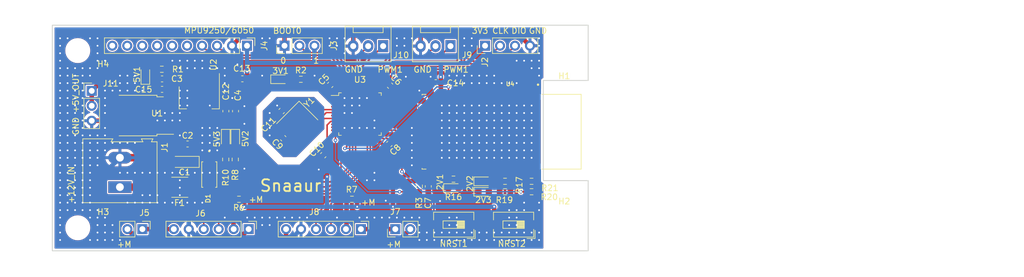
<source format=kicad_pcb>
(kicad_pcb (version 20221018) (generator pcbnew)
  (layers (0 "F.Cu" signal) (31 "B.Cu" signal) (34 "B.Paste" user) (35 "F.Paste" user) (36 "B.SilkS" user "B.Silkscreen") (37 "F.SilkS" user "F.Silkscreen") (38 "B.Mask" user) (39 "F.Mask" user) (44 "Edge.Cuts" user))
  (net 0 "")
  (net 1 "GND")
  (net 2 "Net-(2V1-A)")
  (net 3 "Net-(2V2-A)")
  (net 4 "Net-(2V3-A)")
  (net 5 "Net-(3V1-A)")
  (net 6 "Net-(5V1-A)")
  (net 7 "Net-(5V2-A)")
  (net 8 "Net-(5V3-A)")
  (net 9 "+12V")
  (net 10 "+5V")
  (net 11 "+3.3V")
  (net 12 "NRST")
  (net 13 "SWCLK")
  (net 14 "SWDIO")
  (net 15 "BOOT0")
  (net 16 "IMU_SCL")
  (net 17 "IMU_SDA")
  (net 24 "+M1")
  (net 25 "-M1")
  (net 26 "Net-(J6-Pin_2)")
  (net 27 "enc_in_1b")
  (net 28 "enc_in_1a")
  (net 29 "+M2")
  (net 30 "-M2")
  (net 31 "Net-(J8-Pin_2)")
  (net 32 "enc_in_2b")
  (net 33 "enc_in_2a")
  (net 34 "/PWM1_CH1")
  (net 35 "Net-(J9-Pin_2)")
  (net 36 "/PWM2_CH1")
  (net 37 "Net-(J10-Pin_2)")
  (net 38 "BLE_ENB")
  (net 39 "LED1")
  (net 40 "LED2")
  (net 42 "OSC1")
  (net 43 "OSC2")
  (net 44 "BLUE_RESET")
  (net 49 "BLUE_RX")
  (net 50 "BLUE_TX")
  (net 54 "Net-(U4-PIO[1])")
  (net 55 "Net-(U4-PIO[8])")
  (net 56 "Net-(U4-PIO[9])")
  (net 57 "Net-(U4-PIO[11])")
  (net 87 "Net-(U1-IN)")
  (net 88 "Net-(D1-PadA)")
  (footprint "Capacitor_SMD:C_0603_1608Metric_Pad1.08x0.95mm_HandSolder" (layer "F.Cu") (at 142.54238 69.20262 45)
    (fp_text reference "C11")
    (fp_text value "22p" hide)
  )
  (footprint "Resistor_SMD:R_0603_1608Metric_Pad0.98x0.95mm_HandSolder" (layer "F.Cu") (at 165.902 82.0085 -90)
    (fp_text reference "R3")
    (fp_text value "10k")
  )
  (footprint "RS1M:DIOM4330X250N" (layer "F.Cu") (at 130.2645 80.003 -90)
    (fp_text reference "D1")
    (fp_text value "RS1M")
  )
  (footprint "Resistor_SMD:R_0603_1608Metric_Pad0.98x0.95mm_HandSolder" (layer "F.Cu") (at 133.0555 77.43225 90)
    (fp_text reference "R10")
    (fp_text value "330")
  )
  (footprint "Capacitor_SMD:C_0603_1608Metric_Pad1.08x0.95mm_HandSolder" (layer "F.Cu") (at 142.81738 73.82762 135)
    (fp_text reference "C9")
    (fp_text value "22p" hide)
  )
  (footprint "Capacitor_Tantalum_SMD:CP_EIA-3216-18_Kemet-A_Pad1.58x1.35mm_HandSolder" (layer "F.Cu") (at 126.074 77.85 180)
    (fp_text reference "C1")
    (fp_text value "1u, 16V")
  )
  (footprint "MountingHole:MountingHole_3.5mm" (layer "F.Cu") (at 107.95 89.05)
    (fp_text reference "H3")
    (fp_text value "MountingHole")
  )
  (footprint "MountingHole:MountingHole_3.5mm" (layer "F.Cu") (at 190.5 89.05)
    (fp_text reference "H2")
    (fp_text value "MountingHole")
  )
  (footprint "Resistor_SMD:R_0603_1608Metric_Pad0.98x0.95mm_HandSolder" (layer "F.Cu") (at 184.952 81.146 180)
    (fp_text reference "R21")
    (fp_text value "10k")
  )
  (footprint "Package_TO_SOT_SMD:SOT-223-3_TabPin2" (layer "F.Cu") (at 128.564 66.922 -90)
    (fp_text reference "U2")
    (fp_text value "AMS1117-3.3")
  )
  (footprint "Resistor_SMD:R_0603_1608Metric_Pad0.98x0.95mm_HandSolder" (layer "F.Cu") (at 171.704 80.772)
    (fp_text reference "R16")
    (fp_text value "470")
  )
  (footprint "Button_Switch_SMD:SW_DIP_SPSTx01_Slide_6.7x4.1mm_W6.73mm_P2.54mm_LowProfile_JPin" (layer "F.Cu") (at 181.904 88.512 180)
    (fp_text reference "NRST2")
    (fp_text value "SW_Push")
  )
  (footprint "Resistor_SMD:R_0603_1608Metric_Pad0.98x0.95mm_HandSolder" (layer "F.Cu") (at 135.3 84.2 180)
    (fp_text reference "R6")
    (fp_text value "0")
  )
  (footprint "Resistor_SMD:R_0603_1608Metric_Pad0.98x0.95mm_HandSolder" (layer "F.Cu") (at 145.808132 63.799522 180)
    (fp_text reference "R2")
    (fp_text value "330")
  )
  (footprint "Fuse:Fuse_1812_4532Metric_Pad1.30x3.40mm_HandSolder" (layer "F.Cu") (at 125.262 82.162)
    (fp_text reference "F1")
    (fp_text value "Fuse")
  )
  (footprint "Resistor_SMD:R_0603_1608Metric_Pad0.98x0.95mm_HandSolder" (layer "F.Cu") (at 180.45 81.146 180)
    (fp_text reference "R17")
    (fp_text value "470")
  )
  (footprint "LED_SMD:LED_0603_1608Metric_Pad1.05x0.95mm_HandSolder" (layer "F.Cu") (at 176.824 81.146)
    (fp_text reference "2V2")
    (fp_text value "YELLOW")
  )
  (footprint "Capacitor_SMD:C_0603_1608Metric_Pad1.08x0.95mm_HandSolder" (layer "F.Cu") (at 122.254 65.517)
    (fp_text reference "C15")
    (fp_text value "100nF,50V")
  )
  (footprint "Capacitor_SMD:C_0603_1608Metric_Pad1.08x0.95mm_HandSolder" (layer "F.Cu") (at 160.822 74.796 -135)
    (fp_text reference "C8")
    (fp_text value "100n")
  )
  (footprint "Resistor_SMD:R_0603_1608Metric_Pad0.98x0.95mm_HandSolder" (layer "F.Cu") (at 154.475 84.2 180)
    (fp_text reference "R7")
    (fp_text value "0")
  )
  (footprint "Capacitor_SMD:C_0603_1608Metric_Pad1.08x0.95mm_HandSolder" (layer "F.Cu") (at 149.606 76.708 -135)
    (fp_text reference "C10" hide)
    (fp_text value "100n")
  )
  (footprint "LED_SMD:LED_0603_1608Metric_Pad1.05x0.95mm_HandSolder" (layer "F.Cu") (at 171.704 82.296)
    (fp_text reference "2V1")
    (fp_text value "RED")
  )
  (footprint "LED_SMD:LED_0603_1608Metric_Pad1.05x0.95mm_HandSolder" (layer "F.Cu") (at 119.42 62.985 90)
    (fp_text reference "5V1")
    (fp_text value "LED")
  )
  (footprint "Connector_PinHeader_2.54mm:PinHeader_1x04_P2.54mm_Vertical" (layer "F.Cu") (at 177.0625 58.095 90)
    (fp_text reference "J2")
    (fp_text value "Debug" hide)
  )
  (footprint "TerminalBlock:TerminalBlock_Altech_AK300-2_P5.00mm" (layer "F.Cu") (at 115.102 82.133 90)
    (fp_text reference "J1")
    (fp_text value "POWER")
  )
  (footprint "HC-05:XCVR_HC-05" (layer "F.Cu") (at 179.55 72.72 -90)
    (fp_text reference "U4")
    (fp_text value "HC-05")
  )
  (footprint "Capacitor_SMD:C_0603_1608Metric_Pad1.08x0.95mm_HandSolder" (layer "F.Cu") (at 160.949 64.89 -45)
    (fp_text reference "C6")
    (fp_text value "100n")
  )
  (footprint "Connector_PinHeader_2.54mm:PinHeader_1x03_P2.54mm_Vertical" (layer "F.Cu") (at 110.316 65.771)
    (fp_text reference "J11")
    (fp_text value "5V_OUT")
  )
  (footprint "Package_QFP:LQFP-48_7x7mm_P0.5mm" (layer "F.Cu") (at 155.8405 69.716)
    (fp_text reference "U3")
    (fp_text value "STM32F103C8Tx")
  )
  (footprint "Crystal:Crystal_SMD_3225-4Pin_3.2x2.5mm_HandSoldering" (layer "F.Cu") (at 145.19238 71.02762 -135)
    (fp_text reference "Y1")
    (fp_text value "Crystal" hide)
  )
  (footprint "Capacitor_SMD:C_0603_1608Metric_Pad1.08x0.95mm_HandSolder" (layer "F.Cu") (at 167.426 82.0085 -90)
    (fp_text reference "C7")
    (fp_text value "100n")
  )
  (footprint "LED_SMD:LED_0603_1608Metric_Pad1.05x0.95mm_HandSolder" (layer "F.Cu") (at 134.675 73.98925 -90)
    (fp_text reference "5V2")
    (fp_text value "LED")
  )
  (footprint "MountingHole:MountingHole_3.5mm" (layer "F.Cu") (at 190.5 58.925)
    (fp_text reference "H1")
    (fp_text value "MountingHole")
  )
  (footprint "Capacitor_SMD:C_0603_1608Metric_Pad1.08x0.95mm_HandSolder" (layer "F.Cu") (at 126.582 74.802)
    (fp_text reference "C2")
    (fp_text value "100nF,50V")
  )
  (footprint "Resistor_SMD:R_0603_1608Metric_Pad0.98x0.95mm_HandSolder" (layer "F.Cu") (at 122.214 62.096 180)
    (fp_text reference "R1")
    (fp_text value "1k")
  )
  (footprint "Resistor_SMD:R_0603_1608Metric_Pad0.98x0.95mm_HandSolder" (layer "F.Cu") (at 134.675 77.43225 90)
    (fp_text reference "R8")
    (fp_text value "330")
  )
  (footprint "Resistor_SMD:R_0603_1608Metric_Pad0.98x0.95mm_HandSolder" (layer "F.Cu") (at 184.952 82.924)
    (fp_text reference "R20")
    (fp_text value "2.2k")
  )
  (footprint "LED_SMD:LED_0603_1608Metric_Pad1.05x0.95mm_HandSolder" (layer "F.Cu") (at 176.824 82.924)
    (fp_text reference "2V3")
    (fp_text value "GREEN")
  )
  (footprint "Connector:FanPinHeader_1x03_P2.54mm_Vertical" (layer "F.Cu") (at 171.196 58.166 180)
    (fp_text reference "J9")
    (fp_text value "PWM1")
  )
  (footprint "Connector_PinHeader_2.54mm:PinHeader_1x02_P2.54mm_Vertical" (layer "F.Cu") (at 118.917 89.274 -90)
    (fp_text reference "J5")
    (fp_text value "Conn_01x02_Pin")
  )
  (footprint "Capacitor_SMD:C_0603_1608Metric_Pad1.08x0.95mm_HandSolder" (layer "F.Cu") (at 122.254 63.739)
    (fp_text reference "C3")
    (fp_text value "100n")
  )
  (footprint "Resistor_SMD:R_0603_1608Metric_Pad0.98x0.95mm_HandSolder" (layer "F.Cu") (at 180.45 82.924 180)
    (fp_text reference "R19")
    (fp_text value "470")
  )
  (footprint "Connector_PinHeader_2.54mm:PinHeader_1x06_P2.54mm_Vertical" (layer "F.Cu") (at 136.946 89.274 -90)
    (fp_text reference "J6")
    (fp_text value "Motor1")
  )
  (footprint "Capacitor_SMD:C_0603_1608Metric_Pad1.08x0.95mm_HandSolder" (layer "F.Cu") (at 168.696 64.382)
    (fp_text reference "C14")
    (fp_text value "100n")
  )
  (footprint "Capacitor_SMD:C_0603_1608Metric_Pad1.08x0.95mm_HandSolder" (layer "F.Cu") (at 133.075 69.22 -90)
    (fp_text reference "C4")
    (fp_text value "100n")
  )
  (footprint "Button_Switch_SMD:SW_DIP_SPSTx01_Slide_6.7x4.1mm_W6.73mm_P2.54mm_LowProfile_JPin" (layer "F.Cu") (at 171.744 88.512 180)
    (fp_text reference "NRST1")
    (fp_text value "SW_Push")
  )
  (footprint "Connector_PinHeader_2.54mm:PinHeader_1x03_P2.54mm_Vertical" (layer "F.Cu") (at 143.0315 58.095 90)
    (fp_text reference "J3")
    (fp_text value "boot" hide)
  )
  (footprint "Capacitor_SMD:C_0603_1608Metric_Pad1.08x0.95mm_HandSolder" (layer "F.Cu") (at 134.726 69.22 90)
    (fp_text reference "C12")
    (fp_text value "4.7u")
  )
  (footprint "MountingHole:MountingHole_3.5mm" (layer "F.Cu") (at 107.95 58.925)
    (fp_text reference "H4")
    (fp_text value "MountingHole")
  )
  (footprint "Connector_PinHeader_2.54mm:PinHeader_1x10_P2.54mm_Vertical" (layer "F.Cu") (at 136.6665 58.095 -90)
    (fp_text reference "J4")
    (fp_text value "MPU6050")
  )
  (footprint "LED_SMD:LED_0603_1608Metric_Pad1.05x0.95mm_HandSolder" (layer "F.Cu") (at 133.0555 73.98925 -90)
    (fp_text reference "5V3")
    (fp_text value "LED")
  )
  (footprint "Connector:FanPinHeader_1x03_P2.54mm_Vertical" (layer "F.Cu") (at 159.766 58.166 180)
    (fp_text reference "J10")
    (fp_text value "PWM2")
  )
  (footprint "Capacitor_SMD:C_0603_1608Metric_Pad1.08x0.95mm_HandSolder" (layer "F.Cu") (at 150.789 64.763 45)
    (fp_text reference "C5" hide)
    (fp_text value "100n")
  )
  (footprint "Connector_PinHeader_2.54mm:PinHeader_1x02_P2.54mm_Vertical" (layer "F.Cu") (at 161.833 89.274 90)
    (fp_text reference "J7")
    (fp_text value "Conn_01x02_Pin")
  )
  (footprint "Package_TO_SOT_SMD:TO-252-2" (layer "F.Cu") (at 118.072 69.97 180)
    (fp_text reference "U1")
    (fp_text value "L7805")
  )
  (footprint "LED_SMD:LED_0603_1608Metric_Pad1.05x0.95mm_HandSolder" (layer "F.Cu") (at 142.355632 63.799522)
    (fp_text reference "3V1")
    (fp_text value "LED")
  )
  (footprint "Connector_PinHeader_2.54mm:PinHeader_1x06_P2.54mm_Vertical" (layer "F.Cu") (at 155.996 89.274 -90)
    (fp_text reference "J8")
    (fp_text value "Motor2")
  )
  (footprint "Capacitor_SMD:C_0603_1608Metric_Pad1.08x0.95mm_HandSolder" (layer "F.Cu") (at 135.8792 63.7205 180)
    (fp_text reference "C13")
    (fp_text value "100n")
  )
  (gr_poly (pts (xy 194.564 54.61) (xy 103.632 54.61) (xy 103.632 92.964) (xy 194.564 92.964) (xy 194.564 81.026) (xy 186.944 81.026) (xy 186.944 64.008) (xy 194.564 64.008)) (stroke (width 0.15)) (fill none) (layer "Edge.Cuts"))
  (gr_text "+M" (at 114.554 92.456) (layer "F.SilkS") (effects (font (size 1 1)) (justify left bottom)))
  (gr_text "1" (at 147.828 61.214) (layer "F.SilkS") (effects (font (size 1 1)) (justify left bottom)))
  (gr_text "Snaaur" (at 138.684 83.058) (layer "F.SilkS") (effects (font (size 2 2) (thickness 0.3)) (justify left bottom)))
  (gr_text "C5" (at 149.352 65.024 45) (layer "F.SilkS") (effects (font (size 1 1)) (justify left bottom)))
  (gr_text "+12V_IN" (at 107.442 78.486 90) (layer "F.SilkS") (effects (font (size 1 1)) (justify right bottom)))
  (gr_text "PWM1" (at 158.75 62.738) (layer "F.SilkS") (effects (font (size 1 1)) (justify left bottom)))
  (gr_text "3V3" (at 174.7285 56.134) (layer "F.SilkS") (effects (font (size 1 1)) (justify left bottom)))
  (gr_text "GND" (at 153.162 62.738) (layer "F.SilkS") (effects (font (size 1 1)) (justify left bottom)))
  (gr_text "GND" (at 108.204 73.406 90) (layer "F.SilkS") (effects (font (size 1 1)) (justify left bottom)))
  (gr_text "C10" (at 147.828 77.216 45) (layer "F.SilkS") (effects (font (size 1 1)) (justify left bottom)))
  (gr_text "+M" (at 160.274 92.456) (layer "F.SilkS") (effects (font (size 1 1)) (justify left bottom)))
  (gr_text "CLK" (at 178.1985 56.134) (layer "F.SilkS") (effects (font (size 1 1)) (justify left bottom)))
  (gr_text "PWM1" (at 169.926 62.738) (layer "F.SilkS") (effects (font (size 1 1)) (justify left bottom)))
  (gr_text "MPU9250/6050" (at 125.8985 56.081) (layer "F.SilkS") (effects (font (size 1 1)) (justify left bottom)))
  (gr_text "0" (at 142.24 61.214) (layer "F.SilkS") (effects (font (size 1 1)) (justify left bottom)))
  (gr_text "GND" (at 184.4185 56.134) (layer "F.SilkS") (effects (font (size 1 1)) (justify left bottom)))
  (gr_text "BOOT0" (at 141.0085 56.141) (layer "F.SilkS") (effects (font (size 1 1)) (justify left bottom)))
  (gr_text "+M" (at 155.956 85.344) (layer "F.SilkS") (effects (font (size 1 1)) (justify left bottom)))
  (gr_text "+M" (at 136.906 84.836) (layer "F.SilkS") (effects (font (size 1 1)) (justify left bottom)))
  (gr_text "DIO" (at 181.4485 56.134) (layer "F.SilkS") (effects (font (size 1 1)) (justify left bottom)))
  (gr_text "GND" (at 164.846 62.738) (layer "F.SilkS") (effects (font (size 1 1)) (justify left bottom)))
  (gr_text "+5V_OUT" (at 108.204 69.596 90) (layer "F.SilkS") (effects (font (size 1 1)) (justify left bottom)))
  (segment (start 125.7192 76.7673) (end 125.7192 74.8023) (width 1.27) (layer "F.Cu") (net 1))
  (segment (start 125.7192 74.8023) (end 125.7195 74.802) (width 1.27) (layer "F.Cu") (net 1))
  (segment (start 141.74238 73.68286) (end 142.2075 73.21774) (width 0.254) (layer "F.Cu") (net 1))
  (segment (start 160.21212 84.44012) (end 160.21212 75.40588) (width 0.762) (layer "F.Cu") (net 1))
  (segment (start 184.0395 81.146) (end 183.782552 81.146) (width 0.254) (layer "F.Cu") (net 1))
  (segment (start 167.875 79.07) (end 166.458 79.07) (width 0.762) (layer "F.Cu") (net 1))
  (segment (start 141.74238 74.31512) (end 141.74238 73.68286) (width 0.254) (layer "F.Cu") (net 1))
  (segment (start 154.7005 58.095) (end 154.7005 55.7205) (width 0.762) (layer "F.Cu") (net 1))
  (segment (start 134.1265 58.095) (end 136.5015 55.72) (width 0.762) (layer "F.Cu") (net 1))
  (segment (start 136.225 68.375) (end 136.2075 68.3575) (width 0.762) (layer "F.Cu") (net 1))
  (segment (start 136.18725 73.11425) (end 136.225 73.152) (width 0.762) (layer "F.Cu") (net 1))
  (segment (start 110.316 70.851) (end 115.931 70.851) (width 0.762) (layer "F.Cu") (net 1))
  (segment (start 181.944 84.502) (end 181.022 84.502) (width 0.254) (layer "F.Cu") (net 1))
  (segment (start 175.109 88.512) (end 175.109 84.605) (width 0.762) (layer "F.Cu") (net 1))
  (segment (start 142.2075 73.21774) (end 142.2075 72.386154) (width 0.254) (layer "F.Cu") (net 1))
  (segment (start 115.102 77.133) (end 123.9195 77.133) (width 1.27) (layer "F.Cu") (net 1))
  (segment (start 123.9195 77.133) (end 124.6365 77.85) (width 1.27) (layer "F.Cu") (net 1))
  (segment (start 143.025 55.72) (end 154.7 55.72) (width 0.762) (layer "F.Cu") (net 1))
  (segment (start 175.949 82.924) (end 175.949 81.146) (width 0.762) (layer "F.Cu") (net 1))
  (segment (start 170.688 84.502) (end 175.006 84.502) (width 0.762) (layer "F.Cu") (net 1))
  (segment (start 182.3075 55.72) (end 184.6825 58.095) (width 0.762) (layer "F.Cu") (net 1))
  (segment (start 151.678 70.466) (end 156.196986 70.466) (width 0.254) (layer "F.Cu") (net 1))
  (segment (start 169.672 82.296) (end 170.829 82.296) (width 0.762) (layer "F.Cu") (net 1))
  (segment (start 116.9385 69.97) (end 121.3915 65.517) (width 0.762) (layer "F.Cu") (net 1))
  (segment (start 151.39888 64.15312) (end 153.06162 64.15312) (width 0.254) (layer "F.Cu") (net 1))
  (segment (start 121.644 74.802) (end 116.812 69.97) (width 1.27) (layer "F.Cu") (net 1))
  (segment (start 169.418 84.502) (end 170.688 84.502) (width 0.762) (layer "F.Cu") (net 1))
  (segment (start 124.6365 77.85) (end 125.7192 76.7673) (width 1.27) (layer "F.Cu") (net 1))
  (segment (start 167.426 80.765) (end 167.426 81.146) (width 0.762) (layer "F.Cu") (net 1))
  (segment (start 146.951346 70.895) (end 143.698654 70.895) (width 0.254) (layer "F.Cu") (net 1))
  (segment (start 163.625 63.37) (end 163.625 63.43376) (width 0.762) (layer "F.Cu") (net 1))
  (segment (start 121.3915 63.739) (end 119.541 63.739) (width 0.762) (layer "F.Cu") (net 1))
  (segment (start 159.196986 67.466) (end 160.003 67.466) (width 0.254) (layer "F.Cu") (net 1))
  (segment (start 167.875 66.37) (end 167.875 79.07) (width 0.762) (layer "F.Cu") (net 1))
  (segment (start 121.3915 65.517) (end 121.3915 63.739) (width 0.762) (layer "F.Cu") (net 1))
  (segment (start 154.7005 55.7205) (end 154.7 55.72) (width 0.762) (layer "F.Cu") (net 1))
  (segment (start 149.771052 70.466) (end 144.854981 75.382071) (width 0.254) (layer "F.Cu") (net 1))
  (segment (start 136.225 73.152) (end 136.225 71.374) (width 0.762) (layer "F.Cu") (net 1))
  (segment (start 168.522 81.146) (end 169.672 82.296) (width 0.762) (layer "F.Cu") (net 1))
  (segment (start 167.8335 64.382) (end 167.8335 63.3785) (width 0.762) (layer "F.Cu") (net 1))
  (segment (start 161.55888 66.716134) (end 161.55888 65.49988) (width 0.254) (layer "F.Cu") (net 1))
  (segment (start 119.541 63.739) (end 119.42 63.86) (width 0.762) (layer "F.Cu") (net 1))
  (segment (start 166.1305 55.7395) (end 166.15 55.72) (width 0.762) (layer "F.Cu") (net 1))
  (segment (start 176.022 84.502) (end 181.022 84.502) (width 0.762) (layer "F.Cu") (net 1))
  (segment (start 167.8335 66.3285) (end 167.875 66.37) (width 0.762) (layer "F.Cu") (net 1))
  (segment (start 134.675 73.11425) (end 133.0555 73.11425) (width 0.762) (layer "F.Cu") (net 1))
  (segment (start 116.812 69.97) (end 116.9385 69.97) (width 0.762) (layer "F.Cu") (net 1))
  (segment (start 141.9325 69.81835) (end 143.353902 71.239752) (width 0.254) (layer "F.Cu") (net 1))
  (segment (start 163.625 63.43376) (end 161.55888 65.49988) (width 0.762) (layer "F.Cu") (net 1))
  (segment (start 137.175 55.72) (end 143.025 55.72) (width 0.762) (layer "F.Cu") (net 1))
  (segment (start 166.375 78.987) (end 166.375 79.714) (width 0.762) (layer "F.Cu") (net 1))
  (segment (start 147.030858 70.815488) (end 146.951346 70.895) (width 0.254) (layer "F.Cu") (net 1))
  (segment (start 158.0905 73.8785) (end 158.0905 74.684514) (width 0.254) (layer "F.Cu") (net 1))
  (segment (start 166.15 55.72) (end 182.3075 55.72) (width 0.762) (layer "F.Cu") (net 1))
  (segment (start 135.0167 63.7205) (end 135.0167 61.2943) (width 0.762) (layer "F.Cu") (net 1))
  (segment (start 158.0905 74.684514) (end 158.811866 75.40588) (width 0.254) (layer "F.Cu") (net 1))
  (segment (start 148.51576 61.27) (end 151.39888 64.15312) (width 0.762) (layer "F.Cu") (net 1))
  (segment (start 125.7195 74.802) (end 121.644 74.802) (width 1.27) (layer "F.Cu") (net 1))
  (segment (start 153.5905 64.682) (end 153.5905 65.5535) (width 0.254) (layer "F.Cu") (net 1))
  (segment (start 135.025 64.75) (end 135.025 63.7288) (width 0.762) (layer "F.Cu") (net 1))
  (segment (start 133.075 68.3575) (end 134.726 68.3575) (width 0.762) (layer "F.Cu") (net 1))
  (segment (start 142.809331 75.382071) (end 141.74238 74.31512) (width 0.254) (layer "F.Cu") (net 1))
  (segment (start 166.458 79.07) (end 166.375 78.987) (width 0.762) (layer "F.Cu") (net 1))
  (segment (start 136.225 78.994) (end 136.225 73.152) (width 0.762) (layer "F.Cu") (net 1))
  (segment (start 141.475 61.27) (end 148.51576 61.27) (width 0.762) (layer "F.Cu") (net 1))
  (segment (start 182.372 82.556552) (end 182.372 84.074) (width 0.254) (layer "F.Cu") (net 1))
  (segment (start 115.931 70.851) (end 116.812 69.97) (width 0.762) (layer "F.Cu") (net 1))
  (segment (start 182.372 84.074) (end 181.944 84.502) (width 0.254) (layer "F.Cu") (net 1))
  (segment (start 134.675 73.11425) (end 136.18725 73.11425) (width 0.762) (layer "F.Cu") (net 1))
  (segment (start 175.109 84.605) (end 175.006 84.502) (width 0.762) (layer "F.Cu") (net 1))
  (segment (start 135.041 61.27) (end 141.475 61.27) (width 0.762) (layer "F.Cu") (net 1))
  (segment (start 175.949 84.429) (end 176.022 84.502) (width 0.762) (layer "F.Cu") (net 1))
  (segment (start 166.375 77.97) (end 166.375 78.987) (width 0.762) (layer "F.Cu") (net 1))
  (segment (start 156.196986 70.466) (end 159.196986 67.466) (width 0.254) (layer "F.Cu") (net 1))
  (segment (start 175.949 82.924) (end 175.949 84.429) (width 0.762) (layer "F.Cu") (net 1))
  (segment (start 130.864 63.772) (end 130.864 66.1465) (width 0.762) (layer "F.Cu") (net 1))
  (segment (start 130.864 66.1465) (end 133.075 68.3575) (width 0.762) (layer "F.Cu") (net 1))
  (segment (start 160.809014 67.466) (end 161.55888 66.716134) (width 0.254) (layer "F.Cu") (net 1))
  (segment (start 167.8335 64.382) (end 167.8335 66.3285) (width 0.762) (layer "F.Cu") (net 1))
  (segment (start 166.375 79.714) (end 167.426 80.765) (width 0.762) (layer "F.Cu") (net 1))
  (segment (start 148.99612 77.31788) (end 148.844 77.47) (width 0.762) (layer "F.Cu") (net 1))
  (segment (start 143.0315 55.7265) (end 143.025 55.72) (width 0.762) (layer "F.Cu") (net 1))
  (segment (start 153.06162 64.15312) (end 153.5905 64.682) (width 0.254) (layer "F.Cu") (net 1))
  (segment (start 167.8335 63.3785) (end 167.825 63.37) (width 0.762) (layer "F.Cu") (net 1))
  (segment (start 143.0315 58.095) (end 143.0315 55.7265) (width 0.762) (layer "F.Cu") (net 1))
  (segment (start 148.844 77.47) (end 148.844 79.15) (width 0.762) (layer "F.Cu") (net 1))
  (segment (start 141.480632 61.275632) (end 141.475 61.27) (width 0.762) (layer "F.Cu") (net 1))
  (segment (start 144.854981 75.382071) (end 142.809331 75.382071) (width 0.254) (layer "F.Cu") (net 1))
  (segment (start 160.003 67.466) (end 160.809014 67.466) (width 0.254) (layer "F.Cu") (net 1))
  (segment (start 183.782552 81.146) (end 182.372 82.556552) (width 0.254) (layer "F.Cu") (net 1))
  (segment (start 170.829 84.361) (end 170.688 84.502) (width 0.762) (layer "F.Cu") (net 1))
  (segment (start 141.480632 63.799522) (end 141.480632 61.275632) (width 0.762) (layer "F.Cu") (net 1))
  (segment (start 167.426 81.146) (end 168.522 81.146) (width 0.762) (layer "F.Cu") (net 1))
  (segment (start 158.811866 75.40588) (end 160.21212 75.40588) (width 0.254) (layer "F.Cu") (net 1))
  (segment (start 136.2075 68.3575) (end 134.726 68.3575) (width 0.762) (layer "F.Cu") (net 1))
  (segment (start 175.006 84.502) (end 176.022 84.502) (width 0.762) (layer "F.Cu") (net 1))
  (segment (start 135.0167 61.2943) (end 135.041 61.27) (width 0.762) (layer "F.Cu") (net 1))
  (segment (start 170.829 82.296) (end 170.829 84.361) (width 0.762) (layer "F.Cu") (net 1))
  (segment (start 136.225 68.375) (end 136.225 65.95) (width 0.762) (layer "F.Cu") (net 1))
  (segment (start 154.7 55.72) (end 166.15 55.72) (width 0.762) (layer "F.Cu") (net 1))
  (segment (start 151.678 70.466) (end 149.771052 70.466) (width 0.254) (layer "F.Cu") (net 1))
  (segment (start 136.5015 55.72) (end 137.175 55.72) (width 0.762) (layer "F.Cu") (net 1))
  (segment (start 166.1305 58.095) (end 166.1305 55.7395) (width 0.762) (layer "F.Cu") (net 1))
  (segment (start 136.225 65.95) (end 135.025 64.75) (width 0.762) (layer "F.Cu") (net 1))
  (segment (start 142.2075 72.386154) (end 143.353902 71.239752) (width 0.254) (layer "F.Cu") (net 1))
  (segment (start 141.9325 69.8125) (end 141.9325 69.81835) (width 0.254) (layer "F.Cu") (net 1))
  (segment (start 143.698654 70.895) (end 143.353902 71.239752) (width 0.254) (layer "F.Cu") (net 1))
  (via (at 174.800977 56.8365) (size 0.6) (drill 0.3) (layers "F.Cu" "B.Cu") (net 1))
  (via (at 179.880977 64.4565) (size 0.6) (drill 0.3) (layers "F.Cu" "B.Cu") (net 1))
  (via (at 164.640977 77.1565) (size 0.6) (drill 0.3) (layers "F.Cu" "B.Cu") (net 1))
  (via (at 107.490977 78.4265) (size 0.6) (drill 0.3) (layers "F.Cu" "B.Cu") (net 1))
  (via (at 107.490977 82.2365) (size 0.6) (drill 0.3) (layers "F.Cu" "B.Cu") (net 1))
  (via (at 136.225 78.994) (size 0.6) (drill 0.3) (layers "F.Cu" "B.Cu") (net 1))
  (via (at 164.640977 87.3165) (size 0.6) (drill 0.3) (layers "F.Cu" "B.Cu") (net 1))
  (via (at 170.990977 88.5865) (size 0.6) (drill 0.3) (layers "F.Cu" "B.Cu") (net 1))
  (via (at 184.960977 75.8865) (size 0.6) (drill 0.3) (layers "F.Cu" "B.Cu") (net 1))
  (via (at 169.720977 75.8865) (size 0.6) (drill 0.3) (layers "F.Cu" "B.Cu") (net 1))
  (via (at 104.950977 77.1565) (size 0.6) (drill 0.3) (layers "F.Cu" "B.Cu") (net 1))
  (via (at 108.760977 63.1865) (size 0.6) (drill 0.3) (layers "F.Cu" "B.Cu") (net 1))
  (via (at 115.110977 65.7265) (size 0.6) (drill 0.3) (layers "F.Cu" "B.Cu") (net 1))
  (via (at 172.260977 70.8065) (size 0.6) (drill 0.3) (layers "F.Cu" "B.Cu") (net 1))
  (via (at 115.110977 64.4565) (size 0.6) (drill 0.3) (layers "F.Cu" "B.Cu") (net 1))
  (via (at 112.570977 72.0765) (size 0.6) (drill 0.3) (layers "F.Cu" "B.Cu") (net 1))
  (via (at 104.950977 59.3765) (size 0.6) (drill 0.3) (layers "F.Cu" "B.Cu") (net 1))
  (via (at 106.220977 74.6165) (size 0.6) (drill 0.3) (layers "F.Cu" "B.Cu") (net 1))
  (via (at 104.950977 75.8865) (size 0.6) (drill 0.3) (layers "F.Cu" "B.Cu") (net 1))
  (via (at 112.570977 60.6465) (size 0.6) (drill 0.3) (layers "F.Cu" "B.Cu") (net 1))
  (via (at 146.860977 87.3165) (size 0.6) (drill 0.3) (layers "F.Cu" "B.Cu") (net 1))
  (via (at 184.960977 77.1565) (size 0.6) (drill 0.3) (layers "F.Cu" "B.Cu") (net 1))
  (via (at 157.020977 72.0765) (size 0.6) (drill 0.3) (layers "F.Cu" "B.Cu") (net 1))
  (via (at 181.150977 77.1565) (size 0.6) (drill 0.3) (layers "F.Cu" "B.Cu") (net 1))
  (via (at 106.220977 64.4565) (size 0.6) (drill 0.3) (layers "F.Cu" "B.Cu") (net 1))
  (via (at 130.350977 73.3465) (size 0.6) (drill 0.3) (layers "F.Cu" "B.Cu") (net 1))
  (via (at 155.750977 87.3165) (size 0.6) (drill 0.3) (layers "F.Cu" "B.Cu") (net 1))
  (via (at 148.130977 63.1865) (size 0.6) (drill 0.3) (layers "F.Cu" "B.Cu") (net 1))
  (via (at 186.230977 89.8565) (size 0.6) (drill 0.3) (layers "F.Cu" "B.Cu") (net 1))
  (via (at 107.490977 66.9965) (size 0.6) (drill 0.3) (layers "F.Cu" "B.Cu") (net 1))
  (via (at 179.880977 75.8865) (size 0.6) (drill 0.3) (layers "F.Cu" "B.Cu") (net 1))
  (via (at 131.620977 72.0765) (size 0.6) (drill 0.3) (layers "F.Cu" "B.Cu") (net 1))
  (via (at 176.070977 75.8865) (size 0.6) (drill 0.3) (layers "F.Cu" "B.Cu") (net 1))
  (via (at 172.260977 74.6165) (size 0.6) (drill 0.3) (layers "F.Cu" "B.Cu") (net 1))
  (via (at 112.570977 74.6165) (size 0.6) (drill 0.3) (layers "F.Cu" "B.Cu") (net 1))
  (via (at 125.270977 65.7265) (size 0.6) (drill 0.3) (layers "F.Cu" "B.Cu") (net 1))
  (via (at 110.030977 74.6165) (size 0.6) (drill 0.3) (layers "F.Cu" "B.Cu") (net 1))
  (via (at 173.530977 73.3465) (size 0.6) (drill 0.3) (layers "F.Cu" "B.Cu") (net 1))
  (via (at 143.050977 87.3165) (size 0.6) (drill 0.3) (layers "F.Cu" "B.Cu") (net 1))
  (via (at 120.190977 84.7765) (size 0.6) (drill 0.3) (layers "F.Cu" "B.Cu") (net 1))
  (via (at 153.210977 72.0765) (size 0.6) (drill 0.3) (layers "F.Cu" "B.Cu") (net 1))
  (via (at 111.300977 56.8365) (size 0.6) (drill 0.3) (layers "F.Cu" "B.Cu") (net 1))
  (via (at 121.460977 83.5065) (size 0.6) (drill 0.3) (layers "F.Cu" "B.Cu") (net 1))
  (via (at 129.080977 72.0765) (size 0.6) (drill 0.3) (layers "F.Cu" "B.Cu") (net 1))
  (via (at 168.450977 91.1265) (size 0.6) (drill 0.3) (layers "F.Cu" "B.Cu") (net 1))
  (via (at 104.950977 91.1265) (size 0.6) (drill 0.3) (layers "F.Cu" "B.Cu") (net 1))
  (via (at 136.225 68.375) (size 0.6) (drill 0.3) (layers "F.Cu" "B.Cu") (net 1))
  (via (at 182.420977 72.0765) (size 0.6) (drill 0.3) (layers "F.Cu" "B.Cu") (net 1))
  (via (at 110.030977 80.9665) (size 0.6) (drill 0.3) (layers "F.Cu" "B.Cu") (net 1))
  (via (at 111.300977 88.5865) (size 0.6) (drill 0.3) (layers "F.Cu" "B.Cu") (net 1))
  (via (at 108.760977 72.0765) (size 0.6) (drill 0.3) (layers "F.Cu" "B.Cu") (net 1))
  (via (at 126.540977 79.6965) (size 0.6) (drill 0.3) (layers "F.Cu" "B.Cu") (net 1))
  (via (at 153.210977 56.8365) (size 0.6) (drill 0.3) (layers "F.Cu" "B.Cu") (net 1))
  (via (at 107.490977 84.7765) (size 0.6) (drill 0.3) (layers "F.Cu" "B.Cu") (net 1))
  (via (at 151.940977 87.3165) (size 0.6) (drill 0.3) (layers "F.Cu" "B.Cu") (net 1))
  (via (at 110.030977 77.1565) (size 0.6) (drill 0.3) (layers "F.Cu" "B.Cu") (net 1))
  (via (at 176.070977 68.2665) (size 0.6) (drill 0.3) (layers "F.Cu" "B.Cu") (net 1))
  (via (at 158.290977 80.9665) (size 0.6) (drill 0.3) (layers "F.Cu" "B.Cu") (net 1))
  (via (at 181.150977 75.8865) (size 0.6) (drill 0.3) (layers "F.Cu" "B.Cu") (net 1))
  (via (at 160.830977 87.3165) (size 0.6) (drill 0.3) (layers "F.Cu" "B.Cu") (net 1))
  (via (at 162.100977 87.3165) (size 0.6) (drill 0.3) (layers "F.Cu" "B.Cu") (net 1))
  (via (at 140.510977 70.8065) (size 0.6) (drill 0.3) (layers "F.Cu" "B.Cu") (net 1))
  (via (at 127.810977 61.9165) (size 0.6) (drill 0.3) (layers "F.Cu" "B.Cu") (net 1))
  (via (at 176.070977 69.5365) (size 0.6) (drill 0.3) (layers "F.Cu" "B.Cu") (net 1))
  (via (at 181.150977 89.8565) (size 0.6) (drill 0.3) (layers "F.Cu" "B.Cu") (net 1))
  (via (at 183.690977 70.8065) (size 0.6) (drill 0.3) (layers "F.Cu" "B.Cu") (net 1))
  (via (at 132.890977 61.9165) (size 0.6) (drill 0.3) (layers "F.Cu" "B.Cu") (net 1))
  (via (at 181.150977 70.8065) (size 0.6) (drill 0.3) (layers "F.Cu" "B.Cu") (net 1))
  (via (at 170.990977 63.1865) (size 0.6) (drill 0.3) (layers "F.Cu" "B.Cu") (net 1))
  (via (at 178.610977 73.3465) (size 0.6) (drill 0.3) (layers "F.Cu" "B.Cu") (net 1))
  (via (at 124.000977 84.7765) (size 0.6) (drill 0.3) (layers "F.Cu" "B.Cu") (net 1))
  (via (at 158.290977 70.8065) (size 0.6) (drill 0.3) (layers "F.Cu" "B.Cu") (net 1))
  (via (at 110.030977 91.1265) (size 0.6) (drill 0.3) (layers "F.Cu" "B.Cu") (net 1))
  (via (at 181.150977 73.3465) (size 0.6) (drill 0.3) (layers "F.Cu" "B.Cu") (net 1))
  (via (at 169.720977 74.6165) (size 0.6) (drill 0.3) (layers "F.Cu" "B.Cu") (net 1))
  (via (at 110.030977 73.3465) (size 0.6) (drill 0.3) (layers "F.Cu" "B.Cu") (net 1))
  (via (at 164.640977 74.6165) (size 0.6) (drill 0.3) (layers "F.Cu" "B.Cu") (net 1))
  (via (at 126.540977 84.7765) (size 0.6) (drill 0.3) (layers "F.Cu" "B.Cu") (net 1))
  (via (at 104.950977 87.3165) (size 0.6) (drill 0.3) (layers "F.Cu" "B.Cu") (net 1))
  (via (at 111.300977 60.6465) (size 0.6) (drill 0.3) (layers "F.Cu" "B.Cu") (net 1))
  (via (at 107.490977 74.6165) (size 0.6) (drill 0.3) (layers "F.Cu" "B.Cu") (net 1))
  (via (at 183.690977 73.3465) (size 0.6) (drill 0.3) (layers "F.Cu" "B.Cu") (net 1))
  (via (at 117.650977 65.7265) (size 0.6) (drill 0.3) (layers "F.Cu" "B.Cu") (net 1))
  (via (at 117.650977 74.6165) (size 0.6) (drill 0.3) (layers "F.Cu" "B.Cu") (net 1))
  (via (at 178.610977 72.0765) (size 0.6) (drill 0.3) (layers "F.Cu" "B.Cu") (net 1))
  (via (at 104.950977 66.9965) (size 0.6) (drill 0.3) (layers "F.Cu" "B.Cu") (net 1))
  (via (at 141.780977 87.3165) (size 0.6) (drill 0.3) (layers "F.Cu" "B.Cu") (net 1))
  (via (at 182.420977 77.1565) (size 0.6) (drill 0.3) (layers "F.Cu" "B.Cu") (net 1))
  (via (at 184.960977 74.6165) (size 0.6) (drill 0.3) (layers "F.Cu" "B.Cu") (net 1))
  (via (at 178.610977 77.1565) (size 0.6) (drill 0.3) (layers "F.Cu" "B.Cu") (net 1))
  (via (at 179.880977 91.1265) (size 0.6) (drill 0.3) (layers "F.Cu" "B.Cu") (net 1))
  (via (at 154.480977 72.0765) (size 0.6) (drill 0.3) (layers "F.Cu" "B.Cu") (net 1))
  (via (at 172.260977 69.5365) (size 0.6) (drill 0.3) (layers "F.Cu" "B.Cu") (net 1))
  (via (at 134.160977 66.9965) (size 0.6) (drill 0.3) (layers "F.Cu" "B.Cu") (net 1))
  (via (at 170.990977 91.1265) (size 0.6) (drill 0.3) (layers "F.Cu" "B.Cu") (net 1))
  (via (at 173.530977 56.8365) (size 0.6) (drill 0.3) (layers "F.Cu" "B.Cu") (net 1))
  (via (at 107.490977 61.9165) (size 0.6) (drill 0.3) (layers "F.Cu" "B.Cu") (net 1))
  (via (at 112.570977 69.5365) (size 0.6) (drill 0.3) (layers "F.Cu" "B.Cu") (net 1))
  (via (at 115.110977 79.6965) (size 0.6) (drill 0.3) (layers "F.Cu" "B.Cu") (net 1))
  (via (at 182.420977 74.6165) (size 0.6) (drill 0.3) (layers "F.Cu" "B.Cu") (net 1))
  (via (at 172.260977 72.0765) (size 0.6) (drill 0.3) (layers "F.Cu" "B.Cu") (net 1))
  (via (at 186.230977 56.8365) (size 0.6) (drill 0.3) (layers "F.Cu" "B.Cu") (net 1))
  (via (at 110.030977 86.0465) (size 0.6) (drill 0.3) (layers "F.Cu" "B.Cu") (net 1))
  (via (at 164.640977 56.8365) (size 0.6) (drill 0.3) (layers "F.Cu" "B.Cu") (net 1))
  (via (at 182.420977 68.2665) (size 0.6) (drill 0.3) (layers "F.Cu" "B.Cu") (net 1))
  (via (at 165.910977 89.8565) (size 0.6) (drill 0.3) (layers "F.Cu" "B.Cu") (net 1))
  (via (at 170.990977 70.8065) (size 0.6) (drill 0.3) (layers "F.Cu" "B.Cu") (net 1))
  (via (at 106.220977 79.6965) (size 0.6) (drill 0.3) (layers "F.Cu" "B.Cu") (net 1))
  (via (at 108.760977 75.8865) (size 0.6) (drill 0.3) (layers "F.Cu" "B.Cu") (net 1))
  (via (at 116.380977 63.1865) (size 0.6) (drill 0.3) (layers "F.Cu" "B.Cu") (net 1))
  (via (at 125.270977 83.5065) (size 0.6) (drill 0.3) (layers "F.Cu" "B.Cu") (net 1))
  (via (at 104.950977 88.5865) (size 0.6) (drill 0.3) (layers "F.Cu" "B.Cu") (net 1))
  (via (at 136.225 71.374) (size 0.6) (drill 0.3) (layers "F.Cu" "B.Cu") (net 1))
  (via (at 104.950977 79.6965) (size 0.6) (drill 0.3) (layers "F.Cu" "B.Cu") (net 1))
  (via (at 112.570977 65.7265) (size 0.6) (drill 0.3) (layers "F.Cu" "B.Cu") (net 1))
  (via (at 112.570977 75.8865) (size 0.6) (drill 0.3) (layers "F.Cu" "B.Cu") (net 1))
  (via (at 172.260977 73.3465) (size 0.6) (drill 0.3) (layers "F.Cu" "B.Cu") (net 1))
  (via (at 169.720977 68.2665) (size 0.6) (drill 0.3) (layers "F.Cu" "B.Cu") (net 1))
  (via (at 122.730977 84.7765) (size 0.6) (drill 0.3) (layers "F.Cu" "B.Cu") (net 1))
  (via (at 163.370977 56.8365) (size 0.6) (drill 0.3) (layers "F.Cu" "B.Cu") (net 1))
  (via (at 126.540977 68.2665) (size 0.6) (drill 0.3) (layers "F.Cu" "B.Cu") (net 1))
  (via (at 183.690977 68.2665) (size 0.6) (drill 0.3) (layers "F.Cu" "B.Cu") (net 1))
  (via (at 155.750977 68.2665) (size 0.6) (drill 0.3) (layers "F.Cu" "B.Cu") (net 1))
  (via (at 178.610977 64.4565) (size 0.6) (drill 0.3) (layers "F.Cu" "B.Cu") (net 1))
  (via (at 129.080977 73.3465) (size 0.6) (drill 0.3) (layers "F.Cu" "B.Cu") (net 1))
  (via (at 186.230977 58.1065) (size 0.6) (drill 0.3) (layers "F.Cu" "B.Cu") (net 1))
  (via (at 173.530977 91.1265) (size 0.6) (drill 0.3) (layers "F.Cu" "B.Cu") (net 1))
  (via (at 106.220977 77.1565) (size 0.6) (drill 0.3) (layers "F.Cu" "B.Cu") (net 1))
  (via (at 104.950977 72.0765) (size 0.6) (drill 0.3) (layers "F.Cu" "B.Cu") (net 1))
  (via (at 108.760977 68.2665) (size 0.6) (drill 0.3) (layers "F.Cu" "B.Cu") (net 1))
  (via (at 130.350977 75.8865) (size 0.6) (drill 0.3) (layers "F.Cu" "B.Cu") (net 1))
  (via (at 172.260977 64.4565) (size 0.6) (drill 0.3) (layers "F.Cu" "B.Cu") (net 1))
  (via (at 106.220977 69.5365) (size 0.6) (drill 0.3) (layers "F.Cu" "B.Cu") (net 1))
  (via (at 173.530977 75.8865) (size 0.6) (drill 0.3) (layers "F.Cu" "B.Cu") (net 1))
  (via (at 112.570977 66.9965) (size 0.6) (drill 0.3) (layers "F.Cu" "B.Cu") (net 1))
  (via (at 170.990977 73.3465) (size 0.6) (drill 0.3) (layers "F.Cu" "B.Cu") (net 1))
  (via (at 113.840977 89.8565) (size 0.6) (drill 0.3) (layers "F.Cu" "B.Cu") (net 1))
  (via (at 132.890977 63.1865) (size 0.6) (drill 0.3) (layers "F.Cu" "B.Cu") (net 1))
  (via (at 184.960977 60.6465) (size 0.6) (drill 0.3) (layers "F.Cu" "B.Cu") (net 1))
  (via (at 104.950977 63.1865) (size 0.6) (drill 0.3) (layers "F.Cu" "B.Cu") (net 1))
  (via (at 164.640977 73.3465) (size 0.6) (drill 0.3) (layers "F.Cu" "B.Cu") (net 1))
  (via (at 151.940977 58.1065) (size 0.6) (drill 0.3) (layers "F.Cu" "B.Cu") (net 1))
  (via (at 183.690977 84.7765) (size 0.6) (drill 0.3) (layers "F.Cu" "B.Cu") (net 1))
  (via (at 181.150977 68.2665) (size 0.6) (drill 0.3) (layers "F.Cu" "B.Cu") (net 1))
  (via (at 108.760977 83.5065) (size 0.6) (drill 0.3) (layers "F.Cu" "B.Cu") (net 1))
  (via (at 181.150977 91.1265) (size 0.6) (drill 0.3) (layers "F.Cu" "B.Cu") (net 1))
  (via (at 177.340977 91.1265) (size 0.6) (drill 0.3) (layers "F.Cu" "B.Cu") (net 1))
  (via (at 140.510977 88.5865) (size 0.6) (drill 0.3) (layers "F.Cu" "B.Cu") (net 1))
  (via (at 158.290977 72.0765) (size 0.6) (drill 0.3) (layers "F.Cu" "B.Cu") (net 1))
  (via (at 181.150977 69.5365) (size 0.6) (drill 0.3) (layers "F.Cu" "B.Cu") (net 1))
  (via (at 112.570977 91.1265) (size 0.6) (drill 0.3) (layers "F.Cu" "B.Cu") (net 1))
  (via (at 106.220977 66.9965) (size 0.6) (drill 0.3) (layers "F.Cu" "B.Cu") (net 1))
  (via (at 110.030977 75.8865) (size 0.6) (drill 0.3) (layers "F.Cu" "B.Cu") (net 1))
  (via (at 172.260977 87.3165) (size 0.6) (drill 0.3) (layers "F.Cu" "B.Cu") (net 1))
  (via (at 183.690977 72.0765) (size 0.6) (drill 0.3) (layers "F.Cu" "B.Cu") (net 1))
  (via (at 170.990977 68.2665) (size 0.6) (drill 0.3) (layers "F.Cu" "B.Cu") (net 1))
  (via (at 125.270977 79.6965) (size 0.6) (drill 0.3) (layers "F.Cu" "B.Cu") (net 1))
  (via (at 120.190977 79.6965) (size 0.6) (drill 0.3) (layers "F.Cu" "B.Cu") (net 1))
  (via (at 184.960977 69.5365) (size 0.6) (drill 0.3) (layers "F.Cu" "B.Cu") (net 1))
  (via (at 139.240977 56.8365) (size 0.6) (drill 0.3) (layers "F.Cu" "B.Cu") (net 1))
  (via (at 179.880977 72.0765) (size 0.6) (drill 0.3) (layers "F.Cu" "B.Cu") (net 1))
  (via (at 116.380977 79.6965) (size 0.6) (drill 0.3) (layers "F.Cu" "B.Cu") (net 1))
  (via (at 104.950977 84.7765) (size 0.6) (drill 0.3) (layers "F.Cu" "B.Cu") (net 1))
  (via (at 115.110977 63.1865) (size 0.6) (drill 0.3) (layers "F.Cu" "B.Cu") (net 1))
  (via (at 186.230977 84.7765) (size 0.6) (drill 0.3) (layers "F.Cu" "B.Cu") (net 1))
  (via (at 178.610977 75.8865) (size 0.6) (drill 0.3) (layers "F.Cu" "B.Cu") (net 1))
  (via (at 169.720977 77.1565) (size 0.6) (drill 0.3) (layers "F.Cu" "B.Cu") (net 1))
  (via (at 104.950977 56.8365) (size 0.6) (drill 0.3) (layers "F.Cu" "B.Cu") (net 1))
  (via (at 154.480977 69.5365) (size 0.6) (drill 0.3) (layers "F.Cu" "B.Cu") (net 1))
  (via (at 116.380977 84.7765) (size 0.6) (drill 0.3) (layers "F.Cu" "B.Cu") (net 1))
  (via (at 169.720977 70.8065) (size 0.6) (drill 0.3) (layers "F.Cu" "B.Cu") (net 1))
  (via (at 106.220977 72.0765) (size 0.6) (drill 0.3) (layers "F.Cu" "B.Cu") (net 1))
  (via (at 136.700977 87.3165) (size 0.6) (drill 0.3) (layers "F.Cu" "B.Cu") (net 1))
  (via (at 129.080977 60.6465) (size 0.6) (drill 0.3) (layers "F.Cu" "B.Cu") (net 1))
  (via (at 111.300977 77.1565) (size 0.6) (drill 0.3) (layers "F.Cu" "B.Cu") (net 1))
  (via (at 169.720977 72.0765) (size 0.6) (drill 0.3) (layers "F.Cu" "B.Cu") (net 1))
  (via (at 106.220977 68.2665) (size 0.6) (drill 0.3) (layers "F.Cu" "B.Cu") (net 1))
  (via (at 179.880977 77.1565) (size 0.6) (drill 0.3) (layers "F.Cu" "B.Cu") (net 1))
  (via (at 173.530977 69.5365) (size 0.6) (drill 0.3) (layers "F.Cu" "B.Cu") (net 1))
  (via (at 172.260977 75.8865) (size 0.6) (drill 0.3) (layers "F.Cu" "B.Cu") (net 1))
  (via (at 177.340977 68.2665) (size 0.6) (drill 0.3) (layers "F.Cu" "B.Cu") (net 1))
  (via (at 177.340977 70.8065) (size 0.6) (drill 0.3) (layers "F.Cu" "B.Cu") (net 1))
  (via (at 113.840977 65.7265) (size 0.6) (drill 0.3) (layers "F.Cu" "B.Cu") (net 1))
  (via (at 173.530977 63.1865) (size 0.6) (drill 0.3) (layers "F.Cu" "B.Cu") (net 1))
  (via (at 177.340977 74.6165) (size 0.6) (drill 0.3) (layers "F.Cu" "B.Cu") (net 1))
  (via (at 160.21212 84.44012) (size 0.6) (drill 0.3) (layers "F.Cu" "B.Cu") (net 1))
  (via (at 176.070977 91.1265) (size 0.6) (drill 0.3) (layers "F.Cu" "B.Cu") (net 1))
  (via (at 108.760977 65.7265) (size 0.6) (drill 0.3) (layers "F.Cu" "B.Cu") (net 1))
  (via (at 167.180977 91.1265) (size 0.6) (drill 0.3) (layers "F.Cu" "B.Cu") (net 1))
  (via (at 116.380977 64.4565) (size 0.6) (drill 0.3) (layers "F.Cu" "B.Cu") (net 1))
  (via (at 176.070977 73.3465) (size 0.6) (drill 0.3) (layers "F.Cu" "B.Cu") (net 1))
  (via (at 125.270977 68.2665) (size 0.6) (drill 0.3) (layers "F.Cu" "B.Cu") (net 1))
  (via (at 184.960977 89.8565) (size 0.6) (drill 0.3) (layers "F.Cu" "B.Cu") (net 1))
  (via (at 157.020977 80.9665) (size 0.6) (drill 0.3) (layers "F.Cu" "B.Cu") (net 1))
  (via (at 179.880977 74.6165) (size 0.6) (drill 0.3) (layers "F.Cu" "B.Cu") (net 1))
  (via (at 107.490977 69.5365) (size 0.6) (drill 0.3) (layers "F.Cu" "B.Cu") (net 1))
  (via (at 108.760977 73.3465) (size 0.6) (drill 0.3) (layers "F.Cu" "B.Cu") (net 1))
  (via (at 116.380977 74.6165) (size 0.6) (drill 0.3) (layers "F.Cu" "B.Cu") (net 1))
  (via (at 162.100977 58.1065) (size 0.6) (drill 0.3) (layers "F.Cu" "B.Cu") (net 1))
  (via (at 112.570977 89.8565) (size 0.6) (drill 0.3) (layers "F.Cu" "B.Cu") (net 1))
  (via (at 107.490977 83.5065) (size 0.6) (drill 0.3) (layers "F.Cu" "B.Cu") (net 1))
  (via (at 182.420977 88.5865) (size 0.6) (drill 0.3) (layers "F.Cu" "B.Cu") (net 1))
  (via (at 183.690977 89.8565) (size 0.6) (drill 0.3) (layers "F.Cu" "B.Cu") (net 1))
  (via (at 169.720977 89.8565) (size 0.6) (drill 0.3) (layers "F.Cu" "B.Cu") (net 1))
  (via (at 124.000977 79.6965) (size 0.6) (drill 0.3) (layers "F.Cu" "B.Cu") (net 1))
  (via (at 126.540977 61.9165) (size 0.6) (drill 0.3) (layers "F.Cu" "B.Cu") (net 1))
  (via (at 165.910977 88.5865) (size 0.6) (drill 0.3) (layers "F.Cu" "B.Cu") (net 1))
  (via (at 148.844 79.15) (size 0.6) (drill 0.3) (layers "F.Cu" "B.Cu") (net 1))
  (via (at 126.540977 66.9965) (size 0.6) (drill 0.3) (layers "F.Cu" "B.Cu") (net 1))
  (via (at 110.030977 87.3165) (size 0.6) (drill 0.3) (layers "F.Cu" "B.Cu") (net 1))
  (via (at 154.480977 68.2665) (size 0.6) (drill 0.3) (layers "F.Cu" "B.Cu") (net 1))
  (via (at 139.240977 63.1865) (size 0.6) (drill 0.3) (layers "F.Cu" "B.Cu") (net 1))
  (via (at 107.490977 80.9665) (size 0.6) (drill 0.3) (layers "F.Cu" "B.Cu") (net 1))
  (via (at 132.890977 64.4565) (size 0.6) (drill 0.3) (layers "F.Cu" "B.Cu") (net 1))
  (via (at 107.490977 73.3465) (size 0.6) (drill 0.3) (layers "F.Cu" "B.Cu") (net 1))
  (via (at 104.950977 64.4565) (size 0.6) (drill 0.3) (layers "F.Cu" "B.Cu") (net 1))
  (via (at 108.760977 74.6165) (size 0.6) (drill 0.3) (layers "F.Cu" "B.Cu") (net 1))
  (via (at 113.840977 64.4565) (size 0.6) (drill 0.3) (layers "F.Cu" "B.Cu") (net 1))
  (via (at 173.530977 68.2665) (size 0.6) (drill 0.3) (layers "F.Cu" "B.Cu") (net 1))
  (via (at 130.350977 61.9165) (size 0.6) (drill 0.3) (layers "F.Cu" "B.Cu") (net 1))
  (via (at 170.990977 75.8865) (size 0.6) (drill 0.3) (layers "F.Cu" "B.Cu") (net 1))
  (via (at 169.720977 91.1265) (size 0.6) (drill 0.3) (layers "F.Cu" "B.Cu") (net 1))
  (via (at 162.100977 56.8365) (size 0.6) (drill 0.3) (layers "F.Cu" "B.Cu") (net 1))
  (via (at 130.350977 79.6965) (size 0.6) (drill 0.3) (layers "F.Cu" "B.Cu") (net 1))
  (via (at 104.950977 80.9665) (size 0.6) (drill 0.3) (layers "F.Cu" "B.Cu") (net 1))
  (via (at 117.650977 64.4565) (size 0.6) (drill 0.3) (layers "F.Cu" "B.Cu") (net 1))
  (via (at 104.950977 69.5365) (size 0.6) (drill 0.3) (layers "F.Cu" "B.Cu") (net 1))
  (via (at 174.800977 75.8865) (size 0.6) (drill 0.3) (layers "F.Cu" "B.Cu") (net 1))
  (via (at 124.000977 69.5365) (size 0.6) (drill 0.3) (layers "F.Cu" "B.Cu") (net 1))
  (via (at 112.570977 68.2665) (size 0.6) (drill 0.3) (layers "F.Cu" "B.Cu") (net 1))
  (via (at 129.080977 75.8865) (size 0.6) (drill 0.3) (layers "F.Cu" "B.Cu") (net 1))
  (via (at 108.760977 70.8065) (size 0.6) (drill 0.3) (layers "F.Cu" "B.Cu") (net 1))
  (via (at 110.030977 79.6965) (size 0.6) (drill 0.3) (layers "F.Cu" "B.Cu") (net 1))
  (via (at 140.510977 73.3465) (size 0.6) (drill 0.3) (layers "F.Cu" "B.Cu") (net 1))
  (via (at 181.150977 88.5865) (size 0.6) (drill 0.3) (layers "F.Cu" "B.Cu") (net 1))
  (via (at 121.460977 84.7765) (size 0.6) (drill 0.3) (layers "F.Cu" "B.Cu") (net 1))
  (via (at 113.840977 88.5865) (size 0.6) (drill 0.3) (layers "F.Cu" "B.Cu") (net 1))
  (via (at 117.650977 84.7765) (size 0.6) (drill 0.3) (layers "F.Cu" "B.Cu") (net 1))
  (via (at 183.690977 69.5365) (size 0.6) (drill 0.3) (layers "F.Cu" "B.Cu") (net 1))
  (via (at 108.760977 66.9965) (size 0.6) (drill 0.3) (layers "F.Cu" "B.Cu") (net 1))
  (via (at 137.970977 87.3165) (size 0.6) (drill 0.3) (layers "F.Cu" "B.Cu") (net 1))
  (via (at 170.990977 69.5365) (size 0.6) (drill 0.3) (layers "F.Cu" "B.Cu") (net 1))
  (via (at 126.540977 65.7265) (size 0.6) (drill 0.3) (layers "F.Cu" "B.Cu") (net 1))
  (via (at 106.220977 73.3465) (size 0.6) (drill 0.3) (layers "F.Cu" "B.Cu") (net 1))
  (via (at 125.270977 70.8065) (size 0.6) (drill 0.3) (layers "F.Cu" "B.Cu") (net 1))
  (via (at 104.950977 82.2365) (size 0.6) (drill 0.3) (layers "F.Cu" "B.Cu") (net 1))
  (via (at 132.890977 87.3165) (size 0.6) (drill 0.3) (layers "F.Cu" "B.Cu") (net 1))
  (via (at 107.490977 72.0765) (size 0.6) (drill 0.3) (layers "F.Cu" "B.Cu") (net 1))
  (via (at 182.420977 69.5365) (size 0.6) (drill 0.3) (layers "F.Cu" "B.Cu") (net 1))
  (via (at 177.340977 64.4565) (size 0.6) (drill 0.3) (layers "F.Cu" "B.Cu") (net 1))
  (via (at 178.610977 63.1865) (size 0.6) (drill 0.3) (layers "F.Cu" "B.Cu") (net 1))
  (via (at 111.300977 61.9165) (size 0.6) (drill 0.3) (layers "F.Cu" "B.Cu") (net 1))
  (via (at 174.800977 68.2665) (size 0.6) (drill 0.3) (layers "F.Cu" "B.Cu") (net 1))
  (via (at 177.340977 72.0765) (size 0.6) (drill 0.3) (layers "F.Cu" "B.Cu") (net 1))
  (via (at 179.880977 89.8565) (size 0.6) (drill 0.3) (layers "F.Cu" "B.Cu") (net 1))
  (via (at 155.750977 66.9965) (size 0.6) (drill 0.3) (layers "F.Cu" "B.Cu") (net 1))
  (via (at 104.950977 73.3465) (size 0.6) (drill 0.3) (layers "F.Cu" "B.Cu") (net 1))
  (via (at 106.220977 86.0465) (size 0.6) (drill 0.3) (layers "F.Cu" "B.Cu") (net 1))
  (via (at 186.230977 61.9165) (size 0.6) (drill 0.3) (layers "F.Cu" "B.Cu") (net 1))
  (via (at 172.260977 63.1865) (size 0.6) (drill 0.3) (layers "F.Cu" "B.Cu") (net 1))
  (via (at 153.210977 59.3765) (size 0.6) (drill 0.3) (layers "F.Cu" "B.Cu") (net 1))
  (via (at 174.800977 70.8065) (size 0.6) (drill 0.3) (layers "F.Cu" "B.Cu") (net 1))
  (via (at 174.800977 63.1865) (size 0.6) (drill 0.3) (layers "F.Cu" "B.Cu") (net 1))
  (via (at 107.490977 77.1565) (size 0.6) (drill 0.3) (layers "F.Cu" "B.Cu") (net 1))
  (via (at 104.950977 68.2665) (size 0.6) (drill 0.3) (layers "F.Cu" "B.Cu") (net 1))
  (via (at 125.270977 84.7765) (size 0.6) (drill 0.3) (layers "F.Cu" "B.Cu") (net 1))
  (via (at 111.300977 74.6165) (size 0.6) (drill 0.3) (layers "F.Cu" "B.Cu") (net 1))
  (via (at 139.240977 88.5865) (size 0.6) (drill 0.3) (layers "F.Cu" "B.Cu") (net 1))
  (via (at 131.620977 61.9165) (size 0.6) (drill 0.3) (layers "F.Cu" "B.Cu") (net 1))
  (via (at 150.670977 56.8365) (size 0.6) (drill 0.3) (layers "F.Cu" "B.Cu") (net 1))
  (via (at 183.690977 77.1565) (size 0.6) (drill 0.3) (layers "F.Cu" "B.Cu") (net 1))
  (via (at 131.620977 74.6165) (size 0.6) (drill 0.3) (layers "F.Cu" "B.Cu") (net 1))
  (via (at 177.340977 73.3465) (size 0.6) (drill 0.3) (layers "F.Cu" "B.Cu") (net 1))
  (via (at 159.560977 87.3165) (size 0.6) (drill 0.3) (layers "F.Cu" "B.Cu") (net 1))
  (via (at 169.720977 73.3465) (size 0.6) (drill 0.3) (layers "F.Cu" "B.Cu") (net 1))
  (via (at 118.920977 79.6965) (size 0.6) (drill 0.3) (layers "F.Cu" "B.Cu") (net 1))
  (via (at 107.490977 86.0465) (size 0.6) (drill 0.3) (layers "F.Cu" "B.Cu") (net 1))
  (via (at 132.890977 65.7265) (size 0.6) (drill 0.3) (layers "F.Cu" "B.Cu") (net 1))
  (via (at 174.800977 91.1265) (size 0.6) (drill 0.3) (layers "F.Cu" "B.Cu") (net 1))
  (via (at 111.300977 86.0465) (size 0.6) (drill 0.3) (layers "F.Cu" "B.Cu") (net 1))
  (via (at 108.760977 84.7765) (size 0.6) (drill 0.3) (layers "F.Cu" "B.Cu") (net 1))
  (via (at 145.590977 87.3165) (size 0.6) (drill 0.3) (layers "F.Cu" "B.Cu") (net 1))
  (via (at 112.570977 73.3465) (size 0.6) (drill 0.3) (layers "F.Cu" "B.Cu") (net 1))
  (via (at 184.960977 70.8065) (size 0.6) (drill 0.3) (layers "F.Cu" "B.Cu") (net 1))
  (via (at 157.020977 87.3165) (size 0.6) (drill 0.3) (layers "F.Cu" "B.Cu") (net 1))
  (via (at 106.220977 78.4265) (size 0.6) (drill 0.3) (layers "F.Cu" "B.Cu") (net 1))
  (via (at 110.030977 84.7765) (size 0.6) (drill 0.3) (layers "F.Cu" "B.Cu") (net 1))
  (via (at 157.020977 66.9965) (size 0.6) (drill 0.3) (layers "F.Cu" "B.Cu") (net 1))
  (via (at 168.450977 89.8565) (size 0.6) (drill 0.3) (layers "F.Cu" "B.Cu") (net 1))
  (via (at 174.800977 72.0765) (size 0.6) (drill 0.3) (layers "F.Cu" "B.Cu") (net 1))
  (via (at 182.420977 64.4565) (size 0.6) (drill 0.3) (layers "F.Cu" "B.Cu") (net 1))
  (via (at 176.070977 70.8065) (size 0.6) (drill 0.3) (layers "F.Cu" "B.Cu") (net 1))
  (via (at 106.220977 83.5065) (size 0.6) (drill 0.3) (layers "F.Cu" "B.Cu") (net 1))
  (via (at 108.760977 78.4265) (size 0.6) (drill 0.3) (layers "F.Cu" "B.Cu") (net 1))
  (via (at 127.810977 84.7765) (size 0.6) (drill 0.3) (layers "F.Cu" "B.Cu") (net 1))
  (via (at 129.080977 74.6165) (size 0.6) (drill 0.3) (layers "F.Cu" "B.Cu") (net 1))
  (via (at 135.041 61.27) (size 0.6) (drill 0.3) (layers "F.Cu" "B.Cu") (net 1))
  (via (at 153.210977 69.5365) (size 0.6) (drill 0.3) (layers "F.Cu" "B.Cu") (net 1))
  (via (at 178.610977 89.8565) (size 0.6) (drill 0.3) (layers "F.Cu" "B.Cu") (net 1))
  (via (at 163.370977 58.1065) (size 0.6) (drill 0.3) (layers "F.Cu" "B.Cu") (net 1))
  (via (at 155.750977 72.0765) (size 0.6) (drill 0.3) (layers "F.Cu" "B.Cu") (net 1))
  (via (at 107.490977 79.6965) (size 0.6) (drill 0.3) (layers "F.Cu" "B.Cu") (net 1))
  (via (at 164.640977 75.8865) (size 0.6) (drill 0.3) (layers "F.Cu" "B.Cu") (net 1))
  (via (at 153.210977 68.2665) (size 0.6) (drill 0.3) (layers "F.Cu" "B.Cu") (net 1))
  (via (at 140.510977 72.0765) (size 0.6) (drill 0.3) (layers "F.Cu" "B.Cu") (net 1))
  (via (at 110.030977 78.4265) (size 0.6) (drill 0.3) (layers "F.Cu" "B.Cu") (net 1))
  (via (at 173.530977 64.4565) (size 0.6) (drill 0.3) (layers "F.Cu" "B.Cu") (net 1))
  (via (at 111.300977 87.3165) (size 0.6) (drill 0.3) (layers "F.Cu" "B.Cu") (net 1))
  (via (at 104.950977 89.8565) (size 0.6) (drill 0.3) (layers "F.Cu" "B.Cu") (net 1))
  (via (at 172.260977 88.5865) (size 0.6) (drill 0.3) (layers "F.Cu" "B.Cu") (net 1))
  (via (at 174.800977 58.1065) (size 0.6) (drill 0.3) (layers "F.Cu" "B.Cu") (net 1))
  (via (at 186.230977 59.3765) (size 0.6) (drill 0.3) (layers "F.Cu" "B.Cu") (net 1))
  (via (at 176.070977 64.4565) (size 0.6) (drill 0.3) (layers "F.Cu" "B.Cu") (net 1))
  (via (at 186.230977 91.1265) (size 0.6) (drill 0.3) (layers "F.Cu" "B.Cu") (net 1))
  (via (at 140.510977 87.3165) (size 0.6) (drill 0.3) (layers "F.Cu" "B.Cu") (net 1))
  (via (at 165.910977 91.1265) (size 0.6) (drill 0.3) (layers "F.Cu" "B.Cu") (net 1))
  (via (at 173.530977 74.6165) (size 0.6) (drill 0.3) (layers "F.Cu" "B.Cu") (net 1))
  (via (at 131.620977 79.6965) (size 0.6) (drill 0.3) (layers "F.Cu" "B.Cu") (net 1))
  (via (at 122.730977 69.5365) (size 0.6) (drill 0.3) (layers "F.Cu" "B.Cu") (net 1))
  (via (at 172.260977 91.1265) (size 0.6) (drill 0.3) (layers "F.Cu" "B.Cu") (net 1))
  (via (at 140.510977 69.5365) (size 0.6) (drill 0.3) (layers "F.Cu" "B.Cu") (net 1))
  (via (at 177.340977 69.5365) (size 0.6) (drill 0.3) (layers "F.Cu" "B.Cu") (net 1))
  (via (at 184.960977 91.1265) (size 0.6) (drill 0.3) (layers "F.Cu" "B.Cu") (net 1))
  (via (at 106.220977 63.1865) (size 0.6) (drill 0.3) (layers "F.Cu" "B.Cu") (net 1))
  (via (at 115.110977 91.1265) (size 0.6) (drill 0.3) (layers "F.Cu" "B.Cu") (net 1))
  (via (at 130.350977 68.2665) (size 0.6) (drill 0.3) (layers "F.Cu" "B.Cu") (net 1))
  (via (at 182.420977 75.8865) (size 0.6) (drill 0.3) (layers "F.Cu" "B.Cu") (net 1))
  (via (at 183.690977 60.6465) (size 0.6) (drill 0.3) (layers "F.Cu" "B.Cu") (net 1))
  (via (at 110.030977 63.1865) (size 0.6) (drill 0.3) (layers "F.Cu" "B.Cu") (net 1))
  (via (at 111.300977 89.8565) (size 0.6) (drill 0.3) (layers "F.Cu" "B.Cu") (net 1))
  (via (at 104.950977 70.8065) (size 0.6) (drill 0.3) (layers "F.Cu" "B.Cu") (net 1))
  (via (at 179.880977 68.2665) (size 0.6) (drill 0.3) (layers "F.Cu" "B.Cu") (net 1))
  (via (at 122.730977 70.8065) (size 0.6) (drill 0.3) (layers "F.Cu" "B.Cu") (net 1))
  (via (at 125.270977 80.9665) (size 0.6) (drill 0.3) (layers "F.Cu" "B.Cu") (net 1))
  (via (at 107.490977 68.2665) (size 0.6) (drill 0.3) (layers "F.Cu" "B.Cu") (net 1))
  (via (at 115.110977 74.6165) (size 0.6) (drill 0.3) (layers "F.Cu" "B.Cu") (net 1))
  (via (at 167.825 63.37) (size 0.6) (drill 0.3) (layers "F.Cu" "B.Cu") (net 1))
  (via (at 182.420977 89.8565) (size 0.6) (drill 0.3) (layers "F.Cu" "B.Cu") (net 1))
  (via (at 127.810977 60.6465) (size 0.6) (drill 0.3) (layers "F.Cu" "B.Cu") (net 1))
  (via (at 182.420977 91.1265) (size 0.6) (drill 0.3) (layers "F.Cu" "B.Cu") (net 1))
  (via (at 174.800977 69.5365) (size 0.6) (drill 0.3) (layers "F.Cu" "B.Cu") (net 1))
  (via (at 141.780977 68.2665) (size 0.6) (drill 0.3) (layers "F.Cu" "B.Cu") (net 1))
  (via (at 173.530977 58.1065) (size 0.6) (drill 0.3) (layers "F.Cu" "B.Cu") (net 1))
  (via (at 158.290977 79.6965) (size 0.6) (drill 0.3) (layers "F.Cu" "B.Cu") (net 1))
  (via (at 177.340977 77.1565) (size 0.6) (drill 0.3) (layers "F.Cu" "B.Cu") (net 1))
  (via (at 108.760977 82.2365) (size 0.6) (drill 0.3) (layers "F.Cu" "B.Cu") (net 1))
  (via (at 178.610977 91.1265) (size 0.6) (drill 0.3) (layers "F.Cu" "B.Cu") (net 1))
  (via (at 167.180977 89.8565) (size 0.6) (drill 0.3) (layers "F.Cu" "B.Cu") (net 1))
  (via (at 151.940977 56.8365) (size 0.6) (drill 0.3) (layers "F.Cu" "B.Cu") (net 1))
  (via (at 178.610977 69.5365) (size 0.6) (drill 0.3) (layers "F.Cu" "B.Cu") (net 1))
  (via (at 182.420977 73.3465) (size 0.6) (drill 0.3) (layers "F.Cu" "B.Cu") (net 1))
  (via (at 173.530977 72.0765) (size 0.6) (drill 0.3) (layers "F.Cu" "B.Cu") (net 1))
  (via (at 108.760977 61.9165) (size 0.6) (drill 0.3) (layers "F.Cu" "B.Cu") (net 1))
  (via (at 104.950977 83.5065) (size 0.6) (drill 0.3) (layers "F.Cu" "B.Cu") (net 1))
  (via (at 126.540977 60.6465) (size 0.6) (drill 0.3) (layers "F.Cu" "B.Cu") (net 1))
  (via (at 120.190977 83.5065) (size 0.6) (drill 0.3) (layers "F.Cu" "B.Cu") (net 1))
  (via (at 172.260977 77.1565) (size 0.6) (drill 0.3) (layers "F.Cu" "B.Cu") (net 1))
  (via (at 121.460977 70.8065) (size 0.6) (drill 0.3) (layers "F.Cu" "B.Cu") (net 1))
  (via (at 186.230977 63.1865) (size 0.6) (drill 0.3) (layers "F.Cu" "B.Cu") (net 1))
  (via (at 129.080977 84.7765) (size 0.6) (drill 0.3) (layers "F.Cu" "B.Cu") (net 1))
  (via (at 176.070977 72.0765) (size 0.6) (drill 0.3) (layers "F.Cu" "B.Cu") (net 1))
  (via (at 110.030977 82.2365) (size 0.6) (drill 0.3) (layers "F.Cu" "B.Cu") (net 1))
  (via (at 112.570977 87.3165) (size 0.6) (drill 0.3) (layers "F.Cu" "B.Cu") (net 1))
  (via (at 107.490977 64.4565) (size 0.6) (drill 0.3) (layers "F.Cu" "B.Cu") (net 1))
  (via (at 170.990977 89.8565) (size 0.6) (drill 0.3) (layers "F.Cu" "B.Cu") (net 1))
  (via (at 111.300977 75.8865) (size 0.6) (drill 0.3) (layers "F.Cu" "B.Cu") (net 1))
  (via (at 131.620977 75.8865) (size 0.6) (drill 0.3) (layers "F.Cu" "B.Cu") (net 1))
  (via (at 108.760977 69.5365) (size 0.6) (drill 0.3) (layers "F.Cu" "B.Cu") (net 1))
  (via (at 183.690977 74.6165) (size 0.6) (drill 0.3) (layers "F.Cu" "B.Cu") (net 1))
  (via (at 172.260977 68.2665) (size 0.6) (drill 0.3) (layers "F.Cu" "B.Cu") (net 1))
  (via (at 124.000977 70.8065) (size 0.6) (drill 0.3) (layers "F.Cu" "B.Cu") (net 1))
  (via (at 106.220977 61.9165) (size 0.6) (drill 0.3) (layers "F.Cu" "B.Cu") (net 1))
  (via (at 107.490977 65.7265) (size 0.6) (drill 0.3) (layers "F.Cu" "B.Cu") (net 1))
  (via (at 176.070977 77.1565) (size 0.6) (drill 0.3) (layers "F.Cu" "B.Cu") (net 1))
  (via (at 182.420977 60.6465) (size 0.6) (drill 0.3) (layers "F.Cu" "B.Cu") (net 1))
  (via (at 186.230977 60.6465) (size 0.6) (drill 0.3) (layers "F.Cu" "B.Cu") (net 1))
  (via (at 110.030977 56.8365) (size 0.6) (drill 0.3) (layers "F.Cu" "B.Cu") (net 1))
  (via (at 104.950977 58.1065) (size 0.6) (drill 0.3) (layers "F.Cu" "B.Cu") (net 1))
  (via (at 111.300977 59.3765) (size 0.6) (drill 0.3) (layers "F.Cu" "B.Cu") (net 1))
  (via (at 121.460977 79.6965) (size 0.6) (drill 0.3) (layers "F.Cu" "B.Cu") (net 1))
  (via (at 176.070977 63.1865) (size 0.6) (drill 0.3) (layers "F.Cu" "B.Cu") (net 1))
  (via (at 139.240977 87.3165) (size 0.6) (drill 0.3) (layers "F.Cu" "B.Cu") (net 1))
  (via (at 184.960977 61.9165) (size 0.6) (drill 0.3) (layers "F.Cu" "B.Cu") (net 1))
  (via (at 181.150977 74.6165) (size 0.6) (drill 0.3) (layers "F.Cu" "B.Cu") (net 1))
  (via (at 117.650977 79.6965) (size 0.6) (drill 0.3) (layers "F.Cu" "B.Cu") (net 1))
  (via (at 165.910977 65.7265) (size 0.6) (drill 0.3) (layers "F.Cu" "B.Cu") (net 1))
  (via (at 165.910977 87.3165) (size 0.6) (drill 0.3) (layers "F.Cu" "B.Cu") (net 1))
  (via (at 117.650977 63.1865) (size 0.6) (drill 0.3) (layers "F.Cu" "B.Cu") (net 1))
  (via (at 174.800977 89.8565) (size 0.6) (drill 0.3) (layers "F.Cu" "B.Cu") (net 1))
  (via (at 178.610977 70.8065) (size 0.6) (drill 0.3) (layers "F.Cu" "B.Cu") (net 1))
  (via (at 169.720977 69.5365) (size 0.6) (drill 0.3) (layers "F.Cu" "B.Cu") (net 1))
  (via (at 154.480977 66.9965) (size 0.6) (drill 0.3) (layers "F.Cu" "B.Cu") (net 1))
  (via (at 177.340977 89.8565) (size 0.6) (drill 0.3) (layers "F.Cu" "B.Cu") (net 1))
  (via (at 170.990977 72.0765) (size 0.6) (drill 0.3) (layers "F.Cu" "B.Cu") (net 1))
  (via (at 118.920977 83.5065) (size 0.6) (drill 0.3) (layers "F.Cu" "B.Cu") (net 1))
  (via (at 113.840977 74.6165) (size 0.6) (drill 0.3) (layers "F.Cu" "B.Cu") (net 1))
  (via (at 118.920977 84.7765) (size 0.6) (drill 0.3) (layers "F.Cu" "B.Cu") (net 1))
  (via (at 118.920977 65.7265) (size 0.6) (drill 0.3) (layers "F.Cu" "B.Cu") (net 1))
  (via (at 179.880977 69.5365) (size 0.6) (drill 0.3) (layers "F.Cu" "B.Cu") (net 1))
  (via (at 177.340977 63.1865) (size 0.6) (drill 0.3) (layers "F.Cu" "B.Cu") (net 1))
  (via (at 164.640977 72.0765) (size 0.6) (drill 0.3) (layers "F.Cu" "B.Cu") (net 1))
  (via (at 125.270977 61.9165) (size 0.6) (drill 0.3) (layers "F.Cu" "B.Cu") (net 1))
  (via (at 184.960977 73.3465) (size 0.6) (drill 0.3) (layers "F.Cu" "B.Cu") (net 1))
  (via (at 106.220977 75.8865) (size 0.6) (drill 0.3) (layers "F.Cu" "B.Cu") (net 1))
  (via (at 179.880977 73.3465) (size 0.6) (drill 0.3) (layers "F.Cu" "B.Cu") (net 1))
  (via (at 183.690977 91.1265) (size 0.6) (drill 0.3) (layers "F.Cu" "B.Cu") (net 1))
  (via (at 130.350977 74.6165) (size 0.6) (drill 0.3) (layers "F.Cu" "B.Cu") (net 1))
  (via (at 181.150977 86.0465) (size 0.6) (drill 0.3) (layers "F.Cu" "B.Cu") (net 1))
  (via (at 106.220977 70.8065) (size 0.6) (drill 0.3) (layers "F.Cu" "B.Cu") (net 1))
  (via (at 108.760977 77.1565) (size 0.6) (drill 0.3) (layers "F.Cu" "B.Cu") (net 1))
  (via (at 176.070977 74.6165) (size 0.6) (drill 0.3) (layers "F.Cu" "B.Cu") (net 1))
  (via (at 176.070977 89.8565) (size 0.6) (drill 0.3) (layers "F.Cu" "B.Cu") (net 1))
  (via (at 131.620977 73.3465) (size 0.6) (drill 0.3) (layers "F.Cu" "B.Cu") (net 1))
  (via (at 108.760977 80.9665) (size 0.6) (drill 0.3) (layers "F.Cu" "B.Cu") (net 1))
  (via (at 140.510977 56.8365) (size 0.6) (drill 0.3) (layers "F.Cu" "B.Cu") (net 1))
  (via (at 108.760977 79.6965) (size 0.6) (drill 0.3) (layers "F.Cu" "B.Cu") (net 1))
  (via (at 125.270977 82.2365) (size 0.6) (drill 0.3) (layers "F.Cu" "B.Cu") (net 1))
  (via (at 107.490977 63.1865) (size 0.6) (drill 0.3) (layers "F.Cu" "B.Cu") (net 1))
  (via (at 183.690977 75.8865) (size 0.6) (drill 0.3) (layers "F.Cu" "B.Cu") (net 1))
  (via (at 107.490977 70.8065) (size 0.6) (drill 0.3) (layers "F.Cu" "B.Cu") (net 1))
  (via (at 106.220977 84.7765) (size 0.6) (drill 0.3) (layers "F.Cu" "B.Cu") (net 1))
  (via (at 170.990977 74.6165) (size 0.6) (drill 0.3) (layers "F.Cu" "B.Cu") (net 1))
  (via (at 104.950977 78.4265) (size 0.6) (drill 0.3) (layers "F.Cu" "B.Cu") (net 1))
  (via (at 163.625 63.37) (size 0.6) (drill 0.3) (layers "F.Cu" "B.Cu") (net 1))
  (via (at 116.380977 65.7265) (size 0.6) (drill 0.3) (layers "F.Cu" "B.Cu") (net 1))
  (via (at 173.530977 77.1565) (size 0.6) (drill 0.3) (layers "F.Cu" "B.Cu") (net 1))
  (via (at 110.030977 61.9165) (size 0.6) (drill 0.3) (layers "F.Cu" "B.Cu") (net 1))
  (via (at 110.030977 83.5065) (size 0.6) (drill 0.3) (layers "F.Cu" "B.Cu") (net 1))
  (via (at 104.950977 65.7265) (size 0.6) (drill 0.3) (layers "F.Cu" "B.Cu") (net 1))
  (via (at 108.760977 86.0465) (size 0.6) (drill 0.3) (layers "F.Cu" "B.Cu") (net 1))
  (via (at 184.960977 68.2665) (size 0.6) (drill 0.3) (layers "F.Cu" "B.Cu") (net 1))
  (via (at 186.230977 86.0465) (size 0.6) (drill 0.3) (layers "F.Cu" "B.Cu") (net 1))
  (via (at 111.300977 78.4265) (size 0.6) (drill 0.3) (layers "F.Cu" "B.Cu") (net 1))
  (via (at 173.530977 89.8565) (size 0.6) (drill 0.3) (layers "F.Cu" "B.Cu") (net 1))
  (via (at 129.080977 61.9165) (size 0.6) (drill 0.3) (layers "F.Cu" "B.Cu") (net 1))
  (via (at 174.800977 73.3465) (size 0.6) (drill 0.3) (layers "F.Cu" "B.Cu") (net 1))
  (via (at 111.300977 73.3465) (size 0.6) (drill 0.3) (layers "F.Cu" "B.Cu") (net 1))
  (via (at 170.990977 87.3165) (size 0.6) (drill 0.3) (layers "F.Cu" "B.Cu") (net 1))
  (via (at 111.300977 58.1065) (size 0.6) (drill 0.3) (layers "F.Cu" "B.Cu") (net 1))
  (via (at 184.960977 72.0765) (size 0.6) (drill 0.3) (layers "F.Cu" "B.Cu") (net 1))
  (via (at 125.270977 69.5365) (size 0.6) (drill 0.3) (layers "F.Cu" "B.Cu") (net 1))
  (via (at 104.950977 86.0465) (size 0.6) (drill 0.3) (layers "F.Cu" "B.Cu") (net 1))
  (via (at 178.610977 74.6165) (size 0.6) (drill 0.3) (layers "F.Cu" "B.Cu") (net 1))
  (via (at 158.290977 87.3165) (size 0.6) (drill 0.3) (layers "F.Cu" "B.Cu") (net 1))
  (via (at 104.950977 61.9165) (size 0.6) (drill 0.3) (layers "F.Cu" "B.Cu") (net 1))
  (via (at 129.080977 79.6965) (size 0.6) (drill 0.3) (layers "F.Cu" "B.Cu") (net 1))
  (via (at 182.420977 70.8065) (size 0.6) (drill 0.3) (layers "F.Cu" "B.Cu") (net 1))
  (via (at 125.270977 66.9965) (size 0.6) (drill 0.3) (layers "F.Cu" "B.Cu") (net 1))
  (via (at 182.420977 86.0465) (size 0.6) (drill 0.3) (layers "F.Cu" "B.Cu") (net 1))
  (via (at 106.220977 65.7265) (size 0.6) (drill 0.3) (layers "F.Cu" "B.Cu") (net 1))
  (via (at 178.610977 68.2665) (size 0.6) (drill 0.3) (layers "F.Cu" "B.Cu") (net 1))
  (via (at 182.420977 87.3165) (size 0.6) (drill 0.3) (layers "F.Cu" "B.Cu") (net 1))
  (via (at 172.260977 89.8565) (size 0.6) (drill 0.3) (layers "F.Cu" "B.Cu") (net 1))
  (via (at 163.370977 87.3165) (size 0.6) (drill 0.3) (layers "F.Cu" "B.Cu") (net 1))
  (via (at 170.990977 77.1565) (size 0.6) (drill 0.3) (layers "F.Cu" "B.Cu") (net 1))
  (via (at 164.640977 78.4265) (size 0.6) (drill 0.3) (layers "F.Cu" "B.Cu") (net 1))
  (via (at 174.800977 74.6165) (size 0.6) (drill 0.3) (layers "F.Cu" "B.Cu") (net 1))
  (via (at 174.800977 77.1565) (size 0.6) (drill 0.3) (layers "F.Cu" "B.Cu") (net 1))
  (via (at 177.340977 75.8865) (size 0.6) (drill 0.3) (layers "F.Cu" "B.Cu") (net 1))
  (via (at 144.320977 87.3165) (size 0.6) (drill 0.3) (layers "F.Cu" "B.Cu") (net 1))
  (via (at 130.350977 72.0765) (size 0.6) (drill 0.3) (layers "F.Cu" "B.Cu") (net 1))
  (via (at 181.150977 87.3165) (size 0.6) (drill 0.3) (layers "F.Cu" "B.Cu") (net 1))
  (via (at 106.220977 82.2365) (size 0.6) (drill 0.3) (layers "F.Cu" "B.Cu") (net 1))
  (via (at 111.300977 91.1265) (size 0.6) (drill 0.3) (layers "F.Cu" "B.Cu") (net 1))
  (via (at 104.950977 60.6465) (size 0.6) (drill 0.3) (layers "F.Cu" "B.Cu") (net 1))
  (via (at 125.270977 60.6465) (size 0.6) (drill 0.3) (layers "F.Cu" "B.Cu") (net 1))
  (via (at 179.880977 70.8065) (size 0.6) (drill 0.3) (layers "F.Cu" "B.Cu") (net 1))
  (via (at 181.150977 72.0765) (size 0.6) (drill 0.3) (layers "F.Cu" "B.Cu") (net 1))
  (via (at 121.460977 69.5365) (size 0.6) (drill 0.3) (layers "F.Cu" "B.Cu") (net 1))
  (via (at 183.690977 86.0465) (size 0.6) (drill 0.3) (layers "F.Cu" "B.Cu") (net 1))
  (via (at 174.800977 64.4565) (size 0.6) (drill 0.3) (layers "F.Cu" "B.Cu") (net 1))
  (via (at 153.210977 66.9965) (size 0.6) (drill 0.3) (layers "F.Cu" "B.Cu") (net 1))
  (via (at 124.000977 60.6465) (size 0.6) (drill 0.3) (layers "F.Cu" "B.Cu") (net 1))
  (via (at 112.570977 88.5865) (size 0.6) (drill 0.3) (layers "F.Cu" "B.Cu") (net 1))
  (via (at 106.220977 56.8365) (size 0.6) (drill 0.3) (layers "F.Cu" "B.Cu") (net 1))
  (via (at 125.270977 73.3465) (size 0.6) (drill 0.3) (layers "F.Cu" "B.Cu") (net 1))
  (via (at 169.418 84.502) (size 0.6) (drill 0.3) (layers "F.Cu" "B.Cu") (net 1))
  (via (at 107.490977 75.8865) (size 0.6) (drill 0.3) (layers "F.Cu" "B.Cu") (net 1))
  (via (at 106.220977 80.9665) (size 0.6) (drill 0.3) (layers "F.Cu" "B.Cu") (net 1))
  (via (at 104.950977 74.6165) (size 0.6) (drill 0.3) (layers "F.Cu" "B.Cu") (net 1))
  (via (at 127.810977 79.6965) (size 0.6) (drill 0.3) (layers "F.Cu" "B.Cu") (net 1))
  (via (at 108.760977 64.4565) (size 0.6) (drill 0.3) (layers "F.Cu" "B.Cu") (net 1))
  (via (at 113.840977 91.1265) (size 0.6) (drill 0.3) (layers "F.Cu" "B.Cu") (net 1))
  (via (at 150.670977 58.1065) (size 0.6) (drill 0.3) (layers "F.Cu" "B.Cu") (net 1))
  (via (at 173.530977 70.8065) (size 0.6) (drill 0.3) (layers "F.Cu" "B.Cu") (net 1))
  (via (at 122.730977 79.6965) (size 0.6) (drill 0.3) (layers "F.Cu" "B.Cu") (net 1))
  (via (at 181.150977 64.4565) (size 0.6) (drill 0.3) (layers "F.Cu" "B.Cu") (net 1))
  (segment (start 112.05 83.8) (end 112.05 80.185) (width 0.762) (layer "B.Cu") (net 1))
  (segment (start 135.041 61.27) (end 135.041 59.0095) (width 0.762) (layer "B.Cu") (net 1))
  (segment (start 160.21212 84.44012) (end 160.15024 84.502) (width 0.762) (layer "B.Cu") (net 1))
  (segment (start 135.041 59.0095) (end 134.1265 58.095) (width 0.762) (layer "B.Cu") (net 1))
  (segment (start 144.405 90.705) (end 128.217 90.705) (width 0.762) (layer "B.Cu") (net 1))
  (segment (start 160.15024 84.502) (end 157.715736 84.502) (width 0.762) (layer "B.Cu") (net 1))
  (segment (start 114.55 86.3) (end 112.05 83.8) (width 0.762) (layer "B.Cu") (net 1))
  (segment (start 169.418 84.502) (end 160.274 84.502) (width 0.762) (layer "B.Cu") (net 1))
  (segment (start 136.381 79.15) (end 136.225 78.994) (width 0.762) (layer "B.Cu") (net 1))
  (segment (start 157.715736 84.502) (end 152.363736 79.15) (width 0.762) (layer "B.Cu") (net 1))
  (segment (start 160.274 84.502) (end 160.21212 84.44012) (width 0.762) (layer "B.Cu") (net 1))
  (segment (start 126.825 86.3) (end 126.786 86.339) (width 0.762) (layer "B.Cu") (net 1))
  (segment (start 167.825 63.37) (end 163.625 63.37) (width 0.762) (layer "B.Cu") (net 1))
  (segment (start 112.05 80.185) (end 115.102 77.133) (width 0.762) (layer "B.Cu") (net 1))
  (segment (start 145.836 89.274) (end 144.405 90.705) (width 0.762) (layer "B.Cu") (net 1))
  (segment (start 136.225 81.199) (end 131.124 86.3) (width 0.762) (layer "B.Cu") (net 1))
  (segment (start 128.217 90.705) (end 126.786 89.274) (width 0.762) (layer "B.Cu") (net 1))
  (segment (start 126.825 86.3) (end 114.55 86.3) (width 0.762) (layer "B.Cu") (net 1))
  (segment (start 126.786 86.339) (end 126.786 89.274) (width 0.762) (layer "B.Cu") (net 1))
  (segment (start 131.124 86.3) (end 126.825 86.3) (width 0.762) (layer "B.Cu") (net 1))
  (segment (start 136.225 68.375) (end 136.225 71.374) (width 0.762) (layer "B.Cu") (net 1))
  (segment (start 136.225 78.994) (end 136.225 81.199) (width 0.762) (layer "B.Cu") (net 1))
  (segment (start 148.844 79.15) (end 136.381 79.15) (width 0.762) (layer "B.Cu") (net 1))
  (segment (start 152.363736 79.15) (end 148.844 79.15) (width 0.762) (layer "B.Cu") (net 1))
  (segment (start 172.6165 80.772) (end 172.6165 82.2585) (width 0.254) (layer "F.Cu") (net 2))
  (segment (start 172.6165 82.2585) (end 172.579 82.296) (width 0.254) (layer "F.Cu") (net 2))
  (segment (start 179.5375 81.146) (end 177.699 81.146) (width 0.254) (layer "F.Cu") (net 3))
  (segment (start 179.5375 82.924) (end 177.699 82.924) (width 0.254) (layer "F.Cu") (net 4))
  (segment (start 144.895632 63.799522) (end 143.230632 63.799522) (width 0.254) (layer "F.Cu") (net 5))
  (segment (start 121.3015 62.096) (end 119.434 62.096) (width 0.762) (layer "F.Cu") (net 6))
  (segment (start 119.434 62.096) (end 119.42 62.11) (width 0.762) (layer "F.Cu") (net 6))
  (segment (start 134.675 76.51975) (end 134.675 74.86425) (width 0.254) (layer "F.Cu") (net 7))
  (segment (start 133.0555 76.51975) (end 133.0555 74.86425) (width 0.254) (layer "F.Cu") (net 8))
  (segment (start 123.008 82.133) (end 123.037 82.162) (width 1.27) (layer "F.Cu") (net 9))
  (segment (start 115.102 82.133) (end 123.008 82.133) (width 1.27) (layer "F.Cu") (net 9))
  (segment (start 123.1165 65.517) (end 123.1165 63.739) (width 0.762) (layer "F.Cu") (net 10))
  (segment (start 110.316 68.311) (end 110.316 65.771) (width 0.762) (layer "F.Cu") (net 10))
  (segment (start 115.083 61.004) (end 110.316 65.771) (width 0.762) (layer "F.Cu") (net 10))
  (segment (start 122.0345 61.004) (end 115.083 61.004) (width 0.762) (layer "F.Cu") (net 10))
  (segment (start 123.1165 63.739) (end 123.1165 62.106) (width 0.762) (layer "F.Cu") (net 10))
  (segment (start 123.112 65.5215) (end 123.1165 65.517) (width 0.762) (layer "F.Cu") (net 10))
  (segment (start 123.1165 62.106) (end 123.1265 62.096) (width 0.762) (layer "F.Cu") (net 10))
  (segment (start 123.1265 62.096) (end 122.0345 61.004) (width 0.762) (layer "F.Cu") (net 10))
  (segment (start 123.1165 63.739) (end 126.231 63.739) (width 0.762) (layer "F.Cu") (net 10))
  (segment (start 123.112 67.69) (end 123.112 65.5215) (width 0.762) (layer "F.Cu") (net 10))
  (segment (start 146.720632 65.224568) (end 146.6488 65.2964) (width 0.762) (layer "F.Cu") (net 11))
  (segment (start 150.25 80.375) (end 141.75 80.375) (width 0.762) (layer "F.Cu") (net 11))
  (segment (start 150.10264 65.2964) (end 146.6488 65.2964) (width 0.762) (layer "F.Cu") (net 11))
  (segment (start 178.602 85.464) (end 178.602 88.449) (width 0.762) (layer "F.Cu") (net 11))
  (segment (start 136.7417 63.7205) (end 137.2575 64.2363) (width 0.762) (layer "F.Cu") (net 11))
  (segment (start 160.003 64.61624) (end 160.003 66.966) (width 0.254) (layer "F.Cu") (net 11))
  (segment (start 160.33912 64.28012) (end 161.4824 63.13684) (width 0.762) (layer "F.Cu") (net 11))
  (segment (start 165.902 81.096) (end 161.48069 81.096) (width 0.762) (layer "F.Cu") (net 11))
  (segment (start 141.75 80.375) (end 137.2575 75.8825) (width 0.762) (layer "F.Cu") (net 11))
  (segment (start 161.41069 81.026) (end 161.41069 74.20731) (width 0.762) (layer "F.Cu") (net 11))
  (segment (start 169.5585 66.1865) (end 169.375 66.37) (width 0.762) (layer "F.Cu") (net 11))
  (segment (start 146.6488 65.2964) (end 137.2611 65.2964) (width 0.762) (layer "F.Cu") (net 11))
  (segment (start 150.17912 65.37288) (end 150.35974 65.5535) (width 0.254) (layer "F.Cu") (net 11))
  (segment (start 136.2 84.2125) (end 136.2125 84.2) (width 0.762) (layer "F.Cu") (net 11))
  (segment (start 161.43188 85.46372) (end 161.43188 85.464) (width 0.254) (layer "F.Cu") (net 11))
  (segment (start 161.41069 74.20731) (end 161.43188 74.18612) (width 0.762) (layer "F.Cu") (net 11))
  (segment (start 137.2575 65.8122) (end 137.2575 70.0825) (width 0.762) (layer "F.Cu") (net 11))
  (segment (start 169.5585 64.382) (end 169.5585 66.1865) (width 0.762) (layer "F.Cu") (net 11))
  (segment (start 150.21588 76.09812) (end 150.25 76.13224) (width 0.762) (layer "F.Cu") (net 11))
  (segment (start 146.720632 63.799522) (end 146.720632 65.224568) (width 0.762) (layer "F.Cu") (net 11))
  (segment (start 137.2575 64.2363) (end 137.2575 65.8122) (width 0.762) (layer "F.Cu") (net 11))
  (segment (start 128.564 70.072) (end 133.0645 70.072) (width 0.762) (layer "F.Cu") (net 11))
  (segment (start 137.2575 70.0825) (end 134.726 70.0825) (width 0.762) (layer "F.Cu") (net 11))
  (segment (start 158.5905 73.8785) (end 161.12426 73.8785) (width 0.254) (layer "F.Cu") (net 11))
  (segment (start 150.25988 76.05412) (end 150.25988 71.578106) (width 0.254) (layer "F.Cu") (net 11))
  (segment (start 137.2611 65.2964) (end 137.2575 65.3) (width 0.762) (layer "F.Cu") (net 11))
  (segment (start 136.2 85.475) (end 136.2 84.2125) (width 0.762) (layer "F.Cu") (net 11))
  (segment (start 150.25988 71.578106) (end 150.871986 70.966) (width 0.254) (layer "F.Cu") (net 11))
  (segment (start 161.12426 73.8785) (end 161.43188 74.18612) (width 0.254) (layer "F.Cu") (net 11))
  (segment (start 150.35974 65.5535) (end 153.0905 65.5535) (width 0.254) (layer "F.Cu") (net 11))
  (segment (start 133.075 70.0825) (end 134.726 70.0825) (width 0.762) (layer "F.Cu") (net 11))
  (segment (start 155.361 84.2265) (end 155.3875 84.2) (width 0.762) (layer "F.Cu") (net 11))
  (segment (start 150.25 76.13224) (end 150.25 80.375) (width 0.762) (layer "F.Cu") (net 11))
  (segment (start 150.871986 70.966) (end 151.678 70.966) (width 0.254) (layer "F.Cu") (net 11))
  (segment (start 161.41069 85.44281) (end 161.41069 81.026) (width 0.762) (layer "F.Cu") (net 11))
  (segment (start 136.692 63.6708) (end 136.7417 63.7205) (width 0.762) (layer "F.Cu") (net 11))
  (segment (start 128.564 63.772) (end 128.564 70.072) (width 0.762) (layer "F.Cu") (net 11))
  (segment (start 137.2575 75.8825) (end 137.2575 70.0825) (width 0.762) (layer "F.Cu") (net 11))
  (segment (start 155.361 85.464) (end 155.361 84.2265) (width 0.762) (layer "F.Cu") (net 11))
  (segment (start 160.33912 64.28012) (end 160.003 64.61624) (width 0.254) (layer "F.Cu") (net 11))
  (segment (start 178.602 88.449) (end 178.539 88.512) (width 0.762) (layer "F.Cu") (net 11))
  (segment (start 136.692 62.5013) (end 136.692 63.6708) (width 0.762) (layer "F.Cu") (net 11))
  (segment (start 169.5585 64.382) (end 169.5585 63.3925) (width 0.762) (layer "F.Cu") (net 11))
  (segment (start 150.17912 65.37288) (end 150.10264 65.2964) (width 0.762) (layer "F.Cu") (net 11))
  (segment (start 133.0645 70.072) (end 133.075 70.0825) (width 0.762) (layer "F.Cu") (net 11))
  (via (at 161.43188 85.464) (size 0.6) (drill 0.3) (layers "F.Cu" "B.Cu") (net 11))
  (via (at 136.692 62.5013) (size 0.6) (drill 0.3) (layers "F.Cu" "B.Cu") (net 11))
  (via (at 150.25 80.375) (size 0.6) (drill 0.3) (layers "F.Cu" "B.Cu") (net 11))
  (via (at 136.2 85.475) (size 0.6) (drill 0.3) (layers "F.Cu" "B.Cu") (net 11))
  (via (at 161.4824 63.13684) (size 0.6) (drill 0.3) (layers "F.Cu" "B.Cu") (net 11))
  (via (at 169.5585 63.3925) (size 0.6) (drill 0.3) (layers "F.Cu" "B.Cu") (net 11))
  (via (at 155.361 85.464) (size 0.6) (drill 0.3) (layers "F.Cu" "B.Cu") (net 11))
  (via (at 178.602 85.464) (size 0.6) (drill 0.3) (layers "F.Cu" "B.Cu") (net 11))
  (segment (start 172.4552 61.0292) (end 169.585 61.0292) (width 0.762) (layer "B.Cu") (net 11))
  (segment (start 136.6665 58.095) (end 136.6665 61.0292) (width 0.762) (layer "B.Cu") (net 11))
  (segment (start 146.9028 85.464) (end 136.211 85.464) (width 0.762) (layer "B.Cu") (net 11))
  (segment (start 150.25 85.439) (end 150.275 85.464) (width 0.762) (layer "B.Cu") (net 11))
  (segment (start 177.0625 58.095) (end 174.1283 61.0292) (width 0.762) (layer "B.Cu") (net 11))
  (segment (start 146.9028 85.464) (end 150.275 85.464) (width 0.762) (layer "B.Cu") (net 11))
  (segment (start 169.585 61.0292) (end 161.4824 61.0292) (width 0.762) (layer "B.Cu") (net 11))
  (segment (start 169.5585 63.3925) (end 169.5585 61.0557) (width 0.762) (layer "B.Cu") (net 11))
  (segment (start 136.211 85.464) (end 136.2 85.475) (width 0.762) (layer "B.Cu") (net 11))
  (segment (start 150.25 80.375) (end 150.25 85.439) (width 0.762) (layer "B.Cu") (net 11))
  (segment (start 148.1115 61.0292) (end 136.6665 61.0292) (width 0.762) (layer "B.Cu") (net 11))
  (segment (start 136.6665 62.4758) (end 136.6665 61.0292) (width 0.762) (layer "B.Cu") (net 11))
  (segment (start 161.4824 61.0292) (end 148.1115 61.0292) (width 0.762) (layer "B.Cu") (net 11))
  (segment (start 161.4824 63.13684) (end 161.4824 61.0292) (width 0.762) (layer "B.Cu") (net 11))
  (segment (start 174.1283 61.0292) (end 172.4552 61.0292) (width 0.762) (layer "B.Cu") (net 11))
  (segment (start 150.275 85.464) (end 164.5304 85.464) (width 0.762) (layer "B.Cu") (net 11))
  (segment (start 164.5304 85.464) (end 178.602 85.464) (width 0.762) (layer "B.Cu") (net 11))
  (segment (start 148.1115 58.095) (end 148.1115 61.0292) (width 0.762) (layer "B.Cu") (net 11))
  (segment (start 169.5585 61.0557) (end 169.585 61.0292) (width 0.762) (layer "B.Cu") (net 11))
  (segment (start 136.692 62.5013) (end 136.6665 62.4758) (width 0.762) (layer "B.Cu") (net 11))
  (segment (start 165.899 82.924) (end 165.902 82.921) (width 0.254) (layer "F.Cu") (net 12))
  (segment (start 165.902 82.921) (end 167.376 82.921) (width 0.254) (layer "F.Cu") (net 12))
  (segment (start 162.56 82.924) (end 165.899 82.924) (width 0.254) (layer "F.Cu") (net 12))
  (segment (start 151.678 74.161) (end 151.678 72.466) (width 0.254) (layer "F.Cu") (net 12))
  (segment (start 168.379 83.824) (end 168.379 88.512) (width 0.254) (layer "F.Cu") (net 12))
  (segment (start 167.426 82.871) (end 168.379 83.824) (width 0.254) (layer "F.Cu") (net 12))
  (segment (start 167.376 82.921) (end 167.426 82.871) (width 0.254) (layer "F.Cu") (net 12))
  (via (at 151.678 74.161) (size 0.6) (drill 0.3) (layers "F.Cu" "B.Cu") (net 12))
  (via (at 162.56 82.924) (size 0.6) (drill 0.3) (layers "F.Cu" "B.Cu") (net 12))
  (segment (start 157.139 82.924) (end 151.678 77.463) (width 0.254) (layer "B.Cu") (net 12))
  (segment (start 162.56 82.924) (end 157.139 82.924) (width 0.254) (layer "B.Cu") (net 12))
  (segment (start 151.678 77.463) (end 151.678 74.161) (width 0.254) (layer "B.Cu") (net 12))
  (segment (start 179.6025 58.095) (end 176.9795 60.718) (width 0.254) (layer "F.Cu") (net 13))
  (segment (start 173.598 60.19091) (end 173.598 60.418) (width 0.254) (layer "F.Cu") (net 13))
  (segment (start 158.5905 63.9211) (end 158.5905 65.5535) (width 0.254) (layer "F.Cu") (net 13))
  (segment (start 176.9795 60.718) (end 174.498 60.718) (width 0.254) (layer "F.Cu") (net 13))
  (segment (start 174.198 60.418) (end 174.198 60.19091) (width 0.254) (layer "F.Cu") (net 13))
  (segment (start 172.029886 60.718) (end 161.7936 60.718) (width 0.254) (layer "F.Cu") (net 13))
  (segment (start 172.098 60.718) (end 172.029886 60.718) (width 0.254) (layer "F.Cu") (net 13))
  (segment (start 161.7936 60.718) (end 158.5905 63.9211) (width 0.254) (layer "F.Cu") (net 13))
  (segment (start 172.398 60.190932) (end 172.398 60.418) (width 0.254) (layer "F.Cu") (net 13))
  (segment (start 172.998 60.418) (end 172.998 60.190932) (width 0.254) (layer "F.Cu") (net 13))
  (arc (start 174.498 60.718) (mid 174.285868 60.630132) (end 174.198 60.418) (width 0.254) (layer "F.Cu") (net 13))
  (arc (start 173.598 60.418) (mid 173.510132 60.630132) (end 173.298 60.718) (width 0.254) (layer "F.Cu") (net 13))
  (arc (start 172.698 59.890932) (mid 172.485868 59.9788) (end 172.398 60.190932) (width 0.254) (layer "F.Cu") (net 13))
  (arc (start 173.298 60.718) (mid 173.085868 60.630132) (end 172.998 60.418) (width 0.254) (layer "F.Cu") (net 13))
  (arc (start 172.998 60.190932) (mid 172.910132 59.9788) (end 172.698 59.890932) (width 0.254) (layer "F.Cu") (net 13))
  (arc (start 173.898 59.89091) (mid 173.685868 59.978778) (end 173.598 60.19091) (width 0.254) (layer "F.Cu") (net 13))
  (arc (start 174.198 60.19091) (mid 174.110132 59.978778) (end 173.898 59.89091) (width 0.254) (layer "F.Cu") (net 13))
  (arc (start 172.398 60.418) (mid 172.310132 60.630132) (end 172.098 60.718) (width 0.254) (layer "F.Cu") (net 13))
  (segment (start 162.557896 67.966) (end 160.003 67.966) (width 0.254) (layer "F.Cu") (net 14))
  (segment (start 167.461 61.172) (end 164.124 64.509) (width 0.254) (layer "F.Cu") (net 14))
  (segment (start 179.0655 61.172) (end 167.461 61.172) (width 0.254) (layer "F.Cu") (net 14))
  (segment (start 164.124 66.399896) (end 162.557896 67.966) (width 0.254) (layer "F.Cu") (net 14))
  (segment (start 164.124 64.509) (end 164.124 66.399896) (width 0.254) (layer "F.Cu") (net 14))
  (segment (start 182.1425 58.095) (end 179.0655 61.172) (width 0.254) (layer "F.Cu") (net 14))
  (segment (start 155.0905 65.5535) (end 155.0905 62.9685) (width 0.254) (layer "F.Cu") (net 15))
  (segment (start 155.0905 62.9685) (end 151.394 59.272) (width 0.254) (layer "F.Cu") (net 15))
  (segment (start 151.394 59.272) (end 146.7485 59.272) (width 0.254) (layer "F.Cu") (net 15))
  (segment (start 146.7485 59.272) (end 145.5715 58.095) (width 0.254) (layer "F.Cu") (net 15))
  (segment (start 131.5865 58.095) (end 133.2175 59.726) (width 0.254) (layer "F.Cu") (net 16))
  (segment (start 154.5905 63.110552) (end 154.5905 65.5535) (width 0.254) (layer "F.Cu") (net 16))
  (segment (start 140.6 59.026) (end 140.6 59.426) (width 0.254) (layer "F.Cu") (net 16))
  (segment (start 141.002008 59.726) (end 151.205948 59.726) (width 0.254) (layer "F.Cu") (net 16))
  (segment (start 133.2175 59.726) (end 139.7 59.726) (width 0.254) (layer "F.Cu") (net 16))
  (segment (start 151.205948 59.726) (end 154.5905 63.110552) (width 0.254) (layer "F.Cu") (net 16))
  (segment (start 140 59.426) (end 140 59.026) (width 0.254) (layer "F.Cu") (net 16))
  (segment (start 140.9 59.726) (end 141.002008 59.726) (width 0.254) (layer "F.Cu") (net 16))
  (arc (start 140 59.026) (mid 140.087868 58.813868) (end 140.3 58.726) (width 0.254) (layer "F.Cu") (net 16))
  (arc (start 140.3 58.726) (mid 140.512132 58.813868) (end 140.6 59.026) (width 0.254) (layer "F.Cu") (net 16))
  (arc (start 140.6 59.426) (mid 140.687868 59.638132) (end 140.9 59.726) (width 0.254) (layer "F.Cu") (net 16))
  (arc (start 139.7 59.726) (mid 139.912132 59.638132) (end 140 59.426) (width 0.254) (layer "F.Cu") (net 16))
  (segment (start 129.0465 58.095) (end 131.1315 60.18) (width 0.254) (layer "F.Cu") (net 17))
  (segment (start 131.1315 60.18) (end 151.017896 60.18) (width 0.254) (layer "F.Cu") (net 17))
  (segment (start 151.017896 60.18) (end 154.0905 63.252604) (width 0.254) (layer "F.Cu") (net 17))
  (segment (start 154.0905 63.252604) (end 154.0905 65.5535) (width 0.254) (layer "F.Cu") (net 17))
  (segment (start 135.168 91.052) (end 136.946 89.274) (width 0.762) (layer "F.Cu") (net 24))
  (segment (start 116.377 89.274) (end 118.155 91.052) (width 0.762) (layer "F.Cu") (net 24))
  (segment (start 118.155 91.052) (end 135.168 91.052) (width 0.762) (layer "F.Cu") (net 24))
  (segment (start 124.246 89.274) (end 118.917 89.274) (width 0.762) (layer "F.Cu") (net 25))
  (segment (start 134.3705 89.2385) (end 134.406 89.274) (width 0.762) (layer "F.Cu") (net 26))
  (segment (start 134.3705 84.617) (end 134.3705 89.2385) (width 0.762) (layer "F.Cu") (net 26))
  (segment (start 150.675 83.275) (end 155.0905 78.8595) (width 0.254) (layer "F.Cu") (net 27))
  (segment (start 131.866 85.359) (end 133.95 83.275) (width 0.254) (layer "F.Cu") (net 27))
  (segment (start 133.95 83.275) (end 150.675 83.275) (width 0.254) (layer "F.Cu") (net 27))
  (segment (start 131.866 89.274) (end 131.866 85.359) (width 0.254) (layer "F.Cu") (net 27))
  (segment (start 155.0905 78.8595) (end 155.0905 73.8785) (width 0.254) (layer "F.Cu") (net 27))
  (segment (start 129.326 87.256948) (end 129.326 89.274) (width 0.254) (layer "F.Cu") (net 28))
  (segment (start 133.761948 82.821) (end 129.326 87.256948) (width 0.254) (layer "F.Cu") (net 28))
  (segment (start 150.486948 82.821) (end 147 82.821) (width 0.254) (layer "F.Cu") (net 28))
  (segment (start 147.39 82.821) (end 133.761948 82.821) (width 0.254) (layer "F.Cu") (net 28))
  (segment (start 154.5905 73.8785) (end 154.5905 78.717448) (width 0.254) (layer "F.Cu") (net 28))
  (segment (start 154.5905 78.717448) (end 150.486948 82.821) (width 0.254) (layer "F.Cu") (net 28))
  (segment (start 155.996 89.274) (end 161.833 89.274) (width 0.762) (layer "F.Cu") (net 29))
  (segment (start 161.953 91.694) (end 144.272 91.694) (width 0.762) (layer "F.Cu") (net 30))
  (segment (start 144.272 91.694) (end 143.296 90.718) (width 0.762) (layer "F.Cu") (net 30))
  (segment (start 143.296 90.718) (end 143.296 89.274) (width 0.762) (layer "F.Cu") (net 30))
  (segment (start 164.373 89.274) (end 161.953 91.694) (width 0.762) (layer "F.Cu") (net 30))
  (segment (start 153.5595 84.203) (end 153.5595 89.1705) (width 0.762) (layer "F.Cu") (net 31))
  (segment (start 153.5625 84.2) (end 153.5595 84.203) (width 0.762) (layer "F.Cu") (net 31))
  (segment (start 153.5595 89.1705) (end 153.456 89.274) (width 0.762) (layer "F.Cu") (net 31))
  (segment (start 157.5905 73.8785) (end 157.5905 78.2815) (width 0.254) (layer "F.Cu") (net 32))
  (segment (start 150.916 84.956) (end 150.916 89.274) (width 0.254) (layer "F.Cu") (net 32))
  (segment (start 157.5905 78.2815) (end 150.916 84.956) (width 0.254) (layer "F.Cu") (net 32))
  (segment (start 157.0905 78.139448) (end 148.376 86.853948) (width 0.254) (layer "F.Cu") (net 33))
  (segment (start 148.376 86.853948) (end 148.376 89.274) (width 0.254) (layer "F.Cu") (net 33))
  (segment (start 157.0905 73.8785) (end 157.0905 78.139448) (width 0.254) (layer "F.Cu") (net 33))
  (segment (start 169.0415 60.264) (end 171.2105 58.095) (width 0.254) (layer "F.Cu") (net 34))
  (segment (start 157.0905 65.5535) (end 157.0905 64.3035) (width 0.254) (layer "F.Cu") (net 34))
  (segment (start 157.0905 64.3035) (end 161.13 60.264) (width 0.254) (layer "F.Cu") (net 34))
  (segment (start 161.13 60.264) (end 169.0415 60.264) (width 0.254) (layer "F.Cu") (net 34))
  (segment (start 156.5905 65.5535) (end 156.5905 64.161448) (width 0.254) (layer "F.Cu") (net 35))
  (segment (start 160.941948 59.81) (end 166.9555 59.81) (width 0.254) (layer "F.Cu") (net 35))
  (segment (start 166.9555 59.81) (end 168.6705 58.095) (width 0.254) (layer "F.Cu") (net 35))
  (segment (start 156.5905 64.161448) (end 160.941948 59.81) (width 0.254) (layer "F.Cu") (net 35))
  (segment (start 156.0905 61.785) (end 159.7095 58.166) (width 0.254) (layer "F.Cu") (net 36))
  (segment (start 156.0905 65.5535) (end 156.0905 61.785) (width 0.254) (layer "F.Cu") (net 36))
  (segment (start 159.7095 58.166) (end 159.766 58.166) (width 0.254) (layer "F.Cu") (net 36))
  (segment (start 155.5905 59.8015) (end 155.5905 65.5535) (width 0.254) (layer "F.Cu") (net 37))
  (segment (start 157.226 58.166) (end 155.5905 59.8015) (width 0.254) (layer "F.Cu") (net 37))
  (segment (start 162.958 73.503) (end 161.921 72.466) (width 0.254) (layer "F.Cu") (net 38))
  (segment (start 162.958 79.502) (end 162.958 73.503) (width 0.254) (layer "F.Cu") (net 38))
  (segment (start 183.134 82.924) (end 184.0395 82.924) (width 0.254) (layer "F.Cu") (net 38))
  (segment (start 185.269 84.1535) (end 185.269 88.512) (width 0.254) (layer "F.Cu") (net 38))
  (segment (start 184.0395 82.924) (end 185.269 84.1535) (width 0.254) (layer "F.Cu") (net 38))
  (segment (start 161.921 72.466) (end 160.003 72.466) (width 0.254) (layer "F.Cu") (net 38))
  (via (at 183.134 82.924) (size 0.6) (drill 0.3) (layers "F.Cu" "B.Cu") (net 38))
  (via (at 162.958 79.502) (size 0.6) (drill 0.3) (layers "F.Cu" "B.Cu") (net 38))
  (segment (start 183.134 82.924) (end 183.13 82.92) (width 0.254) (layer "B.Cu") (net 38))
  (segment (start 183.13 82.92) (end 166.376 82.92) (width 0.254) (layer "B.Cu") (net 38))
  (segment (start 166.376 82.92) (end 162.958 79.502) (width 0.254) (layer "B.Cu") (net 38))
  (segment (start 152.617 75.277447) (end 153.0905 74.803947) (width 0.254) (layer "F.Cu") (net 39))
  (segment (start 150.777844 81.246) (end 152.617 79.406844) (width 0.254) (layer "F.Cu") (net 39))
  (segment (start 134.675 78.34475) (end 134.675 80.319) (width 0.254) (layer "F.Cu") (net 39))
  (segment (start 153.0905 74.803947) (end 153.0905 73.8785) (width 0.254) (layer "F.Cu") (net 39))
  (segment (start 152.617 79.406844) (end 152.617 75.277447) (width 0.254) (layer "F.Cu") (net 39))
  (segment (start 134.675 80.319) (end 135.602 81.246) (width 0.254) (layer "F.Cu") (net 39))
  (segment (start 135.602 81.246) (end 150.777844 81.246) (width 0.254) (layer "F.Cu") (net 39))
  (segment (start 135.25 82.1) (end 150.565896 82.1) (width 0.254) (layer "F.Cu") (net 40))
  (segment (start 135.636 82.1) (end 134.932 82.1) (width 0.254) (layer "F.Cu") (net 40))
  (segment (start 134.932 82.1) (end 133.0555 80.2235) (width 0.254) (layer "F.Cu") (net 40))
  (segment (start 154.0905 78.575396) (end 154.0905 73.8785) (width 0.254) (layer "F.Cu") (net 40))
  (segment (start 133.0555 80.2235) (end 133.0555 78.34475) (width 0.254) (layer "F.Cu") (net 40))
  (segment (start 150.565896 82.1) (end 154.0905 78.575396) (width 0.254) (layer "F.Cu") (net 40))
  (segment (start 145.404512 69.189142) (end 143.748662 69.189142) (width 0.254) (layer "F.Cu") (net 42))
  (segment (start 143.748662 69.189142) (end 143.15226 68.59274) (width 0.254) (layer "F.Cu") (net 42))
  (segment (start 151.678 68.966) (end 146.002654 68.966) (width 0.254) (layer "F.Cu") (net 42))
  (segment (start 144.980248 72.884512) (end 143.42726 74.4375) (width 0.254) (layer "F.Cu") (net 43))
  (segment (start 146.728902 72.866098) (end 150.129 69.466) (width 0.254) (layer "F.Cu") (net 43))
  (segment (start 144.980248 72.866098) (end 146.728902 72.866098) (width 0.254) (layer "F.Cu") (net 43))
  (segment (start 144.980248 72.866098) (end 144.980248 72.884512) (width 0.254) (layer "F.Cu") (net 43))
  (segment (start 150.129 69.466) (end 151.678 69.466) (width 0.254) (layer "F.Cu") (net 43))
  (segment (start 170.855 66.35) (end 170.875 66.37) (width 0.254) (layer "F.Cu") (net 44))
  (segment (start 170.855 65.0932) (end 170.855 66.35) (width 0.254) (layer "F.Cu") (net 44))
  (segment (start 153.5905 75.2345) (end 153.5905 73.8785) (width 0.254) (layer "F.Cu") (net 44))
  (segment (start 153.275 75.55) (end 153.5905 75.2345) (width 0.254) (layer "F.Cu") (net 44))
  (via (at 153.275 75.55) (size 0.6) (drill 0.3) (layers "F.Cu" "B.Cu") (net 44))
  (via (at 170.855 65.0932) (size 0.6) (drill 0.3) (layers "F.Cu" "B.Cu") (net 44))
  (segment (start 158.417 75.55) (end 168.8738 65.0932) (width 0.254) (layer "B.Cu") (net 44))
  (segment (start 153.275 75.55) (end 158.417 75.55) (width 0.254) (layer "B.Cu") (net 44))
  (segment (start 168.8738 65.0932) (end 170.855 65.0932) (width 0.254) (layer "B.Cu") (net 44))
  (segment (start 184.375 64.567) (end 181.904 62.096) (width 0.254) (layer "F.Cu") (net 49))
  (segment (start 161.842 69.966) (end 160.003 69.966) (width 0.254) (layer "F.Cu") (net 49))
  (segment (start 167.821104 62.096) (end 165.032 64.885104) (width 0.254) (layer "F.Cu") (net 49))
  (segment (start 179.355304 62.096) (end 167.821104 62.096) (width 0.254) (layer "F.Cu") (net 49))
  (segment (start 181.904 62.096) (end 180.848 62.096) (width 0.254) (layer "F.Cu") (net 49))
  (segment (start 165.032 64.885104) (end 165.032 66.776) (width 0.254) (layer "F.Cu") (net 49))
  (segment (start 165.032 66.776) (end 161.842 69.966) (width 0.254) (layer "F.Cu") (net 49))
  (segment (start 179.948 62.746251) (end 179.948 62.396) (width 0.254) (layer "F.Cu") (net 49))
  (segment (start 179.648 62.096) (end 179.355304 62.096) (width 0.254) (layer "F.Cu") (net 49))
  (segment (start 184.375 66.37) (end 184.375 64.567) (width 0.254) (layer "F.Cu") (net 49))
  (segment (start 180.548 62.396) (end 180.548 62.746251) (width 0.254) (layer "F.Cu") (net 49))
  (arc (start 180.548 62.746251) (mid 180.460132 62.958383) (end 180.248 63.046251) (width 0.254) (layer "F.Cu") (net 49))
  (arc (start 180.248 63.046251) (mid 180.035868 62.958383) (end 179.948 62.746251) (width 0.254) (layer "F.Cu") (net 49))
  (arc (start 179.948 62.396) (mid 179.860132 62.183868) (end 179.648 62.096) (width 0.254) (layer "F.Cu") (net 49))
  (arc (start 180.848 62.096) (mid 180.635868 62.183868) (end 180.548 62.396) (width 0.254) (layer "F.Cu") (net 49))
  (segment (start 160.003 69.466) (end 161.699948 69.466) (width 0.254) (layer "F.Cu") (net 50))
  (segment (start 161.699948 69.466) (end 164.578 66.587948) (width 0.254) (layer "F.Cu") (net 50))
  (segment (start 182.466 61.642) (end 185.875 65.051) (width 0.254) (layer "F.Cu") (net 50))
  (segment (start 164.578 64.697052) (end 167.633052 61.642) (width 0.254) (layer "F.Cu") (net 50))
  (segment (start 185.875 65.051) (end 185.875 66.37) (width 0.254) (layer "F.Cu") (net 50))
  (segment (start 164.578 66.587948) (end 164.578 64.697052) (width 0.254) (layer "F.Cu") (net 50))
  (segment (start 167.633052 61.642) (end 182.466 61.642) (width 0.254) (layer "F.Cu") (net 50))
  (segment (start 170.875 79.07) (end 170.875 80.8915) (width 0.254) (layer "F.Cu") (net 54))
  (segment (start 181.375 81.1335) (end 181.3625 81.146) (width 0.254) (layer "F.Cu") (net 55))
  (segment (start 181.375 79.07) (end 181.375 81.1335) (width 0.254) (layer "F.Cu") (net 55))
  (segment (start 182.875 79.07) (end 182.875 81.4115) (width 0.254) (layer "F.Cu") (net 56))
  (segment (start 182.875 81.4115) (end 181.3625 82.924) (width 0.254) (layer "F.Cu") (net 56))
  (segment (start 185.8645 81.146) (end 185.8645 82.924) (width 0.254) (layer "F.Cu") (net 57))
  (segment (start 185.875 79.07) (end 185.875 81.1355) (width 0.254) (layer "F.Cu") (net 57))
  (segment (start 185.875 81.1355) (end 185.8645 81.146) (width 0.254) (layer "F.Cu") (net 57))
  (segment (start 127.5345 77.873) (end 127.5115 77.85) (width 1.27) (layer "F.Cu") (net 87))
  (segment (start 127.4445 74.802) (end 127.4445 77.783) (width 0.762) (layer "F.Cu") (net 87))
  (segment (start 126.526 72.25) (end 127.4445 73.1685) (width 0.762) (layer "F.Cu") (net 87))
  (segment (start 130.2645 77.873) (end 127.5345 77.873) (width 1.27) (layer "F.Cu") (net 87))
  (segment (start 123.112 72.25) (end 126.526 72.25) (width 0.762) (layer "F.Cu") (net 87))
  (segment (start 127.4445 77.783) (end 127.5115 77.85) (width 0.762) (layer "F.Cu") (net 87))
  (segment (start 127.4445 73.1685) (end 127.4445 74.802) (width 0.762) (layer "F.Cu") (net 87))
  (segment (start 127.487 82.162) (end 130.2355 82.162) (width 1.27) (layer "F.Cu") (net 88))
  (segment (start 130.2355 82.162) (end 130.2645 82.133) (width 1.27) (layer "F.Cu") (net 88))
  (zone (net 1) (net_name "GND") (layers "F&B.Cu") (connect_pads (clearance 0.2032)) (min_thickness 0.25) (fill yes (thermal_gap 0.5) (thermal_bridge_width 0.5))
    (polygon (pts (xy 186.944 54.61) (xy 103.632 54.61) (xy 103.632 92.964) (xy 186.944 92.964)))
  )
  (zone (net 0) (net_name "") (layers "F&B.Cu") (connect_pads (clearance 0)) (min_thickness 0.25)
    (keepout (tracks allowed) (vias not_allowed) (pads allowed) (copperpour not_allowed) (footprints allowed))
    (fill (thermal_gap 0.5) (thermal_bridge_width 0.5))
    (polygon (pts (xy 149.775 68.525) (xy 148.075 66.825) (xy 141.675 66.825) (xy 139.346 69.154) (xy 139.346 73.596) (xy 142.783 77.033) (xy 145.017 77.033) (xy 149.775 72.275) (xy 149.775 71.6) (xy 151.05 71.6) (xy 151.075 71.625) (xy 151.075 72.85) (xy 145.609 78.316) (xy 141.916 78.316) (xy 138.25 74.65) (xy 138.25 68.425) (xy 140.8 65.875) (xy 148.675 65.875) (xy 148.7 65.85) (xy 151.05 68.2) (xy 151.05 71.9) (xy 149.8 71.9) (xy 149.775 71.875)))
  )
)
</source>
